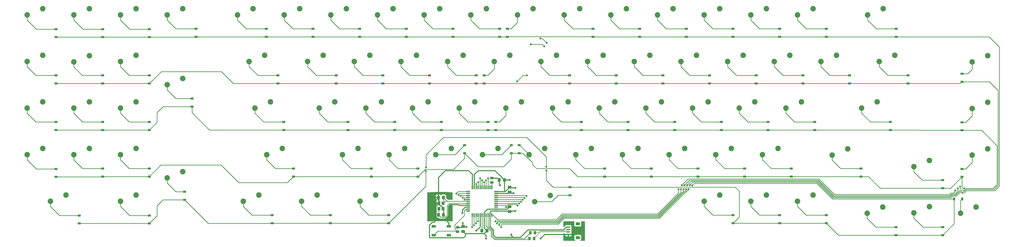
<source format=gbr>
%TF.GenerationSoftware,KiCad,Pcbnew,(6.0.1)*%
%TF.CreationDate,2022-02-12T16:29:40-05:00*%
%TF.ProjectId,PCB,5043422e-6b69-4636-9164-5f7063625858,rev?*%
%TF.SameCoordinates,Original*%
%TF.FileFunction,Copper,L2,Bot*%
%TF.FilePolarity,Positive*%
%FSLAX46Y46*%
G04 Gerber Fmt 4.6, Leading zero omitted, Abs format (unit mm)*
G04 Created by KiCad (PCBNEW (6.0.1)) date 2022-02-12 16:29:40*
%MOMM*%
%LPD*%
G01*
G04 APERTURE LIST*
G04 Aperture macros list*
%AMRoundRect*
0 Rectangle with rounded corners*
0 $1 Rounding radius*
0 $2 $3 $4 $5 $6 $7 $8 $9 X,Y pos of 4 corners*
0 Add a 4 corners polygon primitive as box body*
4,1,4,$2,$3,$4,$5,$6,$7,$8,$9,$2,$3,0*
0 Add four circle primitives for the rounded corners*
1,1,$1+$1,$2,$3*
1,1,$1+$1,$4,$5*
1,1,$1+$1,$6,$7*
1,1,$1+$1,$8,$9*
0 Add four rect primitives between the rounded corners*
20,1,$1+$1,$2,$3,$4,$5,0*
20,1,$1+$1,$4,$5,$6,$7,0*
20,1,$1+$1,$6,$7,$8,$9,0*
20,1,$1+$1,$8,$9,$2,$3,0*%
G04 Aperture macros list end*
%TA.AperFunction,ComponentPad*%
%ADD10C,2.250000*%
%TD*%
%TA.AperFunction,SMDPad,CuDef*%
%ADD11R,1.800000X1.100000*%
%TD*%
%TA.AperFunction,SMDPad,CuDef*%
%ADD12RoundRect,0.250000X0.337500X0.475000X-0.337500X0.475000X-0.337500X-0.475000X0.337500X-0.475000X0*%
%TD*%
%TA.AperFunction,SMDPad,CuDef*%
%ADD13R,1.200000X0.900000*%
%TD*%
%TA.AperFunction,SMDPad,CuDef*%
%ADD14RoundRect,0.250000X-0.450000X0.262500X-0.450000X-0.262500X0.450000X-0.262500X0.450000X0.262500X0*%
%TD*%
%TA.AperFunction,SMDPad,CuDef*%
%ADD15RoundRect,0.250000X-0.337500X-0.475000X0.337500X-0.475000X0.337500X0.475000X-0.337500X0.475000X0*%
%TD*%
%TA.AperFunction,SMDPad,CuDef*%
%ADD16R,0.900000X1.200000*%
%TD*%
%TA.AperFunction,SMDPad,CuDef*%
%ADD17RoundRect,0.250000X0.262500X0.450000X-0.262500X0.450000X-0.262500X-0.450000X0.262500X-0.450000X0*%
%TD*%
%TA.AperFunction,SMDPad,CuDef*%
%ADD18RoundRect,0.250000X0.450000X-0.262500X0.450000X0.262500X-0.450000X0.262500X-0.450000X-0.262500X0*%
%TD*%
%TA.AperFunction,SMDPad,CuDef*%
%ADD19R,0.550000X1.500000*%
%TD*%
%TA.AperFunction,SMDPad,CuDef*%
%ADD20R,1.500000X0.550000*%
%TD*%
%TA.AperFunction,SMDPad,CuDef*%
%ADD21R,1.800000X1.200000*%
%TD*%
%TA.AperFunction,SMDPad,CuDef*%
%ADD22R,1.550000X0.600000*%
%TD*%
%TA.AperFunction,SMDPad,CuDef*%
%ADD23R,1.200000X1.400000*%
%TD*%
%TA.AperFunction,SMDPad,CuDef*%
%ADD24RoundRect,0.250000X-0.475000X0.337500X-0.475000X-0.337500X0.475000X-0.337500X0.475000X0.337500X0*%
%TD*%
%TA.AperFunction,SMDPad,CuDef*%
%ADD25RoundRect,0.250000X0.475000X-0.337500X0.475000X0.337500X-0.475000X0.337500X-0.475000X-0.337500X0*%
%TD*%
%TA.AperFunction,ViaPad*%
%ADD26C,0.800000*%
%TD*%
%TA.AperFunction,Conductor*%
%ADD27C,0.250000*%
%TD*%
%TA.AperFunction,Conductor*%
%ADD28C,0.400000*%
%TD*%
%TA.AperFunction,Conductor*%
%ADD29C,0.200000*%
%TD*%
G04 APERTURE END LIST*
D10*
%TO.P,K65,1*%
%TO.N,Net-(D54-Pad2)*%
X352733750Y-260040751D03*
%TO.P,K65,2*%
%TO.N,col11*%
X359083750Y-257500751D03*
%TD*%
%TO.P,K11,1*%
%TO.N,Net-(D46-Pad2)*%
X309871250Y-202890751D03*
%TO.P,K11,2*%
%TO.N,col10*%
X316221250Y-200350751D03*
%TD*%
%TO.P,K66,1*%
%TO.N,Net-(D58-Pad2)*%
X371783750Y-260040751D03*
%TO.P,K66,2*%
%TO.N,col12*%
X378133750Y-257500751D03*
%TD*%
%TO.P,K22,1*%
%TO.N,Net-(D17-Pad2)*%
X200333750Y-221940751D03*
%TO.P,K22,2*%
%TO.N,col3*%
X206683750Y-219400751D03*
%TD*%
%TO.P,K37,1*%
%TO.N,Net-(D3-Pad2)*%
X109696250Y-240990751D03*
%TO.P,K37,2*%
%TO.N,col0*%
X116046250Y-238450751D03*
%TD*%
%TO.P,K83,1*%
%TO.N,Net-(D79-Pad2)*%
X471646250Y-283853251D03*
%TO.P,K83,2*%
%TO.N,col16*%
X477996250Y-281313251D03*
%TD*%
%TO.P,K3,1*%
%TO.N,Net-(D11-Pad2)*%
X147796250Y-202890751D03*
%TO.P,K3,2*%
%TO.N,col2*%
X154146250Y-200350751D03*
%TD*%
%TO.P,K43,1*%
%TO.N,Net-(D31-Pad2)*%
X247958750Y-240990751D03*
%TO.P,K43,2*%
%TO.N,col6*%
X254308750Y-238450751D03*
%TD*%
%TO.P,K13,1*%
%TO.N,Net-(D55-Pad2)*%
X347971250Y-202890751D03*
%TO.P,K13,2*%
%TO.N,col12*%
X354321250Y-200350751D03*
%TD*%
%TO.P,K46,1*%
%TO.N,Net-(D44-Pad2)*%
X305108750Y-240990751D03*
%TO.P,K46,2*%
%TO.N,col9*%
X311458750Y-238450751D03*
%TD*%
%TO.P,K76,1*%
%TO.N,Net-(D28-Pad2)*%
X221765000Y-279090751D03*
%TO.P,K76,2*%
%TO.N,col5*%
X228115000Y-276550751D03*
%TD*%
%TO.P,K12,1*%
%TO.N,Net-(D51-Pad2)*%
X328921250Y-202890751D03*
%TO.P,K12,2*%
%TO.N,col11*%
X335271250Y-200350751D03*
%TD*%
%TO.P,K30,1*%
%TO.N,Net-(D52-Pad2)*%
X357496250Y-221940751D03*
%TO.P,K30,2*%
%TO.N,col11*%
X363846250Y-219400751D03*
%TD*%
%TO.P,K15,1*%
%TO.N,Net-(D65-Pad2)*%
X386071250Y-202890751D03*
%TO.P,K15,2*%
%TO.N,col14*%
X392421250Y-200350751D03*
%TD*%
%TO.P,K35,1*%
%TO.N,Net-(D76-Pad2)*%
X457508750Y-221940751D03*
%TO.P,K35,2*%
%TO.N,col16*%
X463858750Y-219400751D03*
%TD*%
%TO.P,K48,1*%
%TO.N,Net-(D53-Pad2)*%
X343208750Y-240990751D03*
%TO.P,K48,2*%
%TO.N,col11*%
X349558750Y-238450751D03*
%TD*%
%TO.P,K67,1*%
%TO.N,Net-(D63-Pad2)*%
X390833750Y-260040751D03*
%TO.P,K67,2*%
%TO.N,col13*%
X397183750Y-257500751D03*
%TD*%
%TO.P,K69,1*%
%TO.N,Net-(D73-Pad2)*%
X438308750Y-260191250D03*
%TO.P,K69,2*%
%TO.N,col15*%
X444658750Y-257651250D03*
%TD*%
%TO.P,K2,1*%
%TO.N,Net-(D6-Pad2)*%
X128746250Y-202890751D03*
%TO.P,K2,2*%
%TO.N,col1*%
X135096250Y-200350751D03*
%TD*%
%TO.P,K63,1*%
%TO.N,Net-(D45-Pad2)*%
X314633750Y-260040751D03*
%TO.P,K63,2*%
%TO.N,col9*%
X320983750Y-257500751D03*
%TD*%
%TO.P,K17,1*%
%TO.N,Net-(D75-Pad2)*%
X424171250Y-202890751D03*
%TO.P,K17,2*%
%TO.N,col16*%
X430521250Y-200350751D03*
%TD*%
%TO.P,K36,1*%
%TO.N,Net-(D81-Pad2)*%
X495458750Y-222091250D03*
%TO.P,K36,2*%
%TO.N,col17*%
X501808750Y-219551250D03*
%TD*%
%TO.P,K49,1*%
%TO.N,Net-(D57-Pad2)*%
X362258750Y-240990751D03*
%TO.P,K49,2*%
%TO.N,col12*%
X368608750Y-238450751D03*
%TD*%
D11*
%TO.P,SW1,1,1*%
%TO.N,GND*%
X281856250Y-289305751D03*
%TO.P,SW1,2,2*%
%TO.N,Net-(R3-Pad2)*%
X275656250Y-293005751D03*
%TO.P,SW1,3*%
%TO.N,N/C*%
X281856250Y-293005751D03*
%TO.P,SW1,4*%
X275656250Y-289305751D03*
%TD*%
D10*
%TO.P,K40,1*%
%TO.N,Net-(D18-Pad2)*%
X166846250Y-231465751D03*
%TO.P,K40,2*%
%TO.N,col3*%
X173196250Y-228925751D03*
%TD*%
%TO.P,K73,1*%
%TO.N,Net-(D10-Pad2)*%
X147796250Y-279090751D03*
%TO.P,K73,2*%
%TO.N,col1*%
X154146250Y-276550751D03*
%TD*%
%TO.P,K51,1*%
%TO.N,Net-(D67-Pad2)*%
X400358750Y-240990751D03*
%TO.P,K51,2*%
%TO.N,col14*%
X406708750Y-238450751D03*
%TD*%
%TO.P,K44,1*%
%TO.N,Net-(D36-Pad2)*%
X267008750Y-240990751D03*
%TO.P,K44,2*%
%TO.N,col7*%
X273358750Y-238450751D03*
%TD*%
%TO.P,K47,1*%
%TO.N,Net-(D48-Pad2)*%
X324158750Y-240990751D03*
%TO.P,K47,2*%
%TO.N,col10*%
X330508750Y-238450751D03*
%TD*%
%TO.P,K29,1*%
%TO.N,Net-(D47-Pad2)*%
X338446250Y-221940751D03*
%TO.P,K29,2*%
%TO.N,col10*%
X344796250Y-219400751D03*
%TD*%
%TO.P,K59,1*%
%TO.N,Net-(D27-Pad2)*%
X238433750Y-260040751D03*
%TO.P,K59,2*%
%TO.N,col5*%
X244783750Y-257500751D03*
%TD*%
%TO.P,K57,1*%
%TO.N,Net-(D14-Pad2)*%
X147796250Y-260040751D03*
%TO.P,K57,2*%
%TO.N,col2*%
X154146250Y-257500751D03*
%TD*%
%TO.P,K55,1*%
%TO.N,Net-(D4-Pad2)*%
X109696250Y-260040751D03*
%TO.P,K55,2*%
%TO.N,col0*%
X116046250Y-257500751D03*
%TD*%
%TO.P,K31,1*%
%TO.N,Net-(D56-Pad2)*%
X376546250Y-221940751D03*
%TO.P,K31,2*%
%TO.N,col12*%
X382896250Y-219400751D03*
%TD*%
%TO.P,K82,1*%
%TO.N,Net-(D74-Pad2)*%
X452596250Y-284003750D03*
%TO.P,K82,2*%
%TO.N,col15*%
X458946250Y-281463750D03*
%TD*%
%TO.P,K81,1*%
%TO.N,Net-(D69-Pad2)*%
X424171250Y-279090751D03*
%TO.P,K81,2*%
%TO.N,col14*%
X430521250Y-276550751D03*
%TD*%
%TO.P,K20,1*%
%TO.N,Net-(D7-Pad2)*%
X128746250Y-222091250D03*
%TO.P,K20,2*%
%TO.N,col1*%
X135096250Y-219551250D03*
%TD*%
%TO.P,K6,1*%
%TO.N,Net-(D24-Pad2)*%
X214621250Y-202890751D03*
%TO.P,K6,2*%
%TO.N,col5*%
X220971250Y-200350751D03*
%TD*%
%TO.P,K32,1*%
%TO.N,Net-(D61-Pad2)*%
X395596250Y-221940751D03*
%TO.P,K32,2*%
%TO.N,col13*%
X401946250Y-219400751D03*
%TD*%
%TO.P,K54,1*%
%TO.N,Net-(D82-Pad2)*%
X495458750Y-241141250D03*
%TO.P,K54,2*%
%TO.N,col17*%
X501808750Y-238601250D03*
%TD*%
%TO.P,K26,1*%
%TO.N,Net-(D35-Pad2)*%
X281296250Y-221940751D03*
%TO.P,K26,2*%
%TO.N,col7*%
X287646250Y-219400751D03*
%TD*%
%TO.P,K80,1*%
%TO.N,Net-(D64-Pad2)*%
X405121250Y-279090751D03*
%TO.P,K80,2*%
%TO.N,col13*%
X411471250Y-276550751D03*
%TD*%
%TO.P,K16,1*%
%TO.N,Net-(D70-Pad2)*%
X405121250Y-202890751D03*
%TO.P,K16,2*%
%TO.N,col15*%
X411471250Y-200350751D03*
%TD*%
%TO.P,K41,1*%
%TO.N,Net-(D21-Pad2)*%
X202715000Y-240990751D03*
%TO.P,K41,2*%
%TO.N,col4*%
X209065000Y-238450751D03*
%TD*%
%TO.P,K4,1*%
%TO.N,Net-(D16-Pad2)*%
X166846250Y-202890751D03*
%TO.P,K4,2*%
%TO.N,col3*%
X173196250Y-200350751D03*
%TD*%
%TO.P,K52,1*%
%TO.N,Net-(D72-Pad2)*%
X419408750Y-240990751D03*
%TO.P,K52,2*%
%TO.N,col15*%
X425758750Y-238450751D03*
%TD*%
%TO.P,K77,1*%
%TO.N,Net-(D33-Pad2)*%
X245577500Y-279090751D03*
%TO.P,K77,2*%
%TO.N,col6*%
X251927500Y-276550751D03*
%TD*%
%TO.P,K75,1*%
%TO.N,Net-(D23-Pad2)*%
X197952500Y-279090751D03*
%TO.P,K75,2*%
%TO.N,col4*%
X204302500Y-276550751D03*
%TD*%
%TO.P,K28,1*%
%TO.N,Net-(D43-Pad2)*%
X319396250Y-221940751D03*
%TO.P,K28,2*%
%TO.N,col9*%
X325746250Y-219400751D03*
%TD*%
%TO.P,K50,1*%
%TO.N,Net-(D62-Pad2)*%
X381308750Y-240990751D03*
%TO.P,K50,2*%
%TO.N,col13*%
X387658750Y-238450751D03*
%TD*%
%TO.P,K5,1*%
%TO.N,Net-(D19-Pad2)*%
X195571250Y-202890751D03*
%TO.P,K5,2*%
%TO.N,col4*%
X201921250Y-200350751D03*
%TD*%
%TO.P,K33,1*%
%TO.N,Net-(D66-Pad2)*%
X414646250Y-221940751D03*
%TO.P,K33,2*%
%TO.N,col14*%
X420996250Y-219400751D03*
%TD*%
%TO.P,K62,1*%
%TO.N,Net-(D41-Pad2)*%
X295583750Y-260040751D03*
%TO.P,K62,2*%
%TO.N,col8*%
X301933750Y-257500751D03*
%TD*%
%TO.P,K74,1*%
%TO.N,Net-(D15-Pad2)*%
X166846250Y-269565751D03*
%TO.P,K74,2*%
%TO.N,col2*%
X173196250Y-267025751D03*
%TD*%
%TO.P,K84,1*%
%TO.N,Net-(D84-Pad2)*%
X490696250Y-284003750D03*
%TO.P,K84,2*%
%TO.N,col17*%
X497046250Y-281463750D03*
%TD*%
%TO.P,K34,1*%
%TO.N,Net-(D71-Pad2)*%
X433696250Y-221940751D03*
%TO.P,K34,2*%
%TO.N,col15*%
X440046250Y-219400751D03*
%TD*%
%TO.P,K61,1*%
%TO.N,Net-(D37-Pad2)*%
X276533750Y-260040751D03*
%TO.P,K61,2*%
%TO.N,col7*%
X282883750Y-257500751D03*
%TD*%
%TO.P,K14,1*%
%TO.N,Net-(D60-Pad2)*%
X367021250Y-202890751D03*
%TO.P,K14,2*%
%TO.N,col13*%
X373371250Y-200350751D03*
%TD*%
%TO.P,K10,1*%
%TO.N,Net-(D42-Pad2)*%
X290821250Y-202890751D03*
%TO.P,K10,2*%
%TO.N,col9*%
X297171250Y-200350751D03*
%TD*%
%TO.P,K1,1*%
%TO.N,Net-(D1-Pad2)*%
X109696250Y-202890751D03*
%TO.P,K1,2*%
%TO.N,col0*%
X116046250Y-200350751D03*
%TD*%
%TO.P,K79,1*%
%TO.N,Net-(D59-Pad2)*%
X386071250Y-279090751D03*
%TO.P,K79,2*%
%TO.N,col12*%
X392421250Y-276550751D03*
%TD*%
%TO.P,K23,1*%
%TO.N,Net-(D20-Pad2)*%
X224146250Y-221940751D03*
%TO.P,K23,2*%
%TO.N,col4*%
X230496250Y-219400751D03*
%TD*%
%TO.P,K8,1*%
%TO.N,Net-(D34-Pad2)*%
X252721250Y-202890751D03*
%TO.P,K8,2*%
%TO.N,col7*%
X259071250Y-200350751D03*
%TD*%
%TO.P,K71,1*%
%TO.N,Net-(D83-Pad2)*%
X495458750Y-260191250D03*
%TO.P,K71,2*%
%TO.N,col17*%
X501808750Y-257651250D03*
%TD*%
%TO.P,K70,1*%
%TO.N,Net-(D78-Pad2)*%
X471646250Y-264953750D03*
%TO.P,K70,2*%
%TO.N,col16*%
X477996250Y-262413750D03*
%TD*%
%TO.P,K18,1*%
%TO.N,Net-(D80-Pad2)*%
X452746250Y-202890751D03*
%TO.P,K18,2*%
%TO.N,col17*%
X459096250Y-200350751D03*
%TD*%
%TO.P,K78,1*%
%TO.N,Net-(D50-Pad2)*%
X316856250Y-279249501D03*
%TO.P,K78,2*%
%TO.N,col10*%
X323206250Y-276709501D03*
%TD*%
%TO.P,K25,1*%
%TO.N,Net-(D30-Pad2)*%
X262246250Y-221940751D03*
%TO.P,K25,2*%
%TO.N,col6*%
X268596250Y-219400751D03*
%TD*%
%TO.P,K53,1*%
%TO.N,Net-(D77-Pad2)*%
X450365000Y-240990751D03*
%TO.P,K53,2*%
%TO.N,col16*%
X456715000Y-238450751D03*
%TD*%
%TO.P,K72,1*%
%TO.N,Net-(D5-Pad2)*%
X119221250Y-279090751D03*
%TO.P,K72,2*%
%TO.N,col0*%
X125571250Y-276550751D03*
%TD*%
%TO.P,K7,1*%
%TO.N,Net-(D29-Pad2)*%
X233671250Y-202890751D03*
%TO.P,K7,2*%
%TO.N,col6*%
X240021250Y-200350751D03*
%TD*%
%TO.P,K24,1*%
%TO.N,Net-(D25-Pad2)*%
X243196250Y-221940751D03*
%TO.P,K24,2*%
%TO.N,col5*%
X249546250Y-219400751D03*
%TD*%
%TO.P,K21,1*%
%TO.N,Net-(D12-Pad2)*%
X147796250Y-221940751D03*
%TO.P,K21,2*%
%TO.N,col2*%
X154146250Y-219400751D03*
%TD*%
%TO.P,K38,1*%
%TO.N,Net-(D8-Pad2)*%
X128746250Y-240990751D03*
%TO.P,K38,2*%
%TO.N,col1*%
X135096250Y-238450751D03*
%TD*%
%TO.P,K58,1*%
%TO.N,Net-(D22-Pad2)*%
X207477500Y-260040751D03*
%TO.P,K58,2*%
%TO.N,col4*%
X213827500Y-257500751D03*
%TD*%
%TO.P,K68,1*%
%TO.N,Net-(D68-Pad2)*%
X409883750Y-260040751D03*
%TO.P,K68,2*%
%TO.N,col14*%
X416233750Y-257500751D03*
%TD*%
%TO.P,K42,1*%
%TO.N,Net-(D26-Pad2)*%
X228908750Y-240990751D03*
%TO.P,K42,2*%
%TO.N,col5*%
X235258750Y-238450751D03*
%TD*%
%TO.P,K45,1*%
%TO.N,Net-(D40-Pad2)*%
X286058750Y-240990751D03*
%TO.P,K45,2*%
%TO.N,col8*%
X292408750Y-238450751D03*
%TD*%
%TO.P,K9,1*%
%TO.N,Net-(D38-Pad2)*%
X271771250Y-202890751D03*
%TO.P,K9,2*%
%TO.N,col8*%
X278121250Y-200350751D03*
%TD*%
%TO.P,K39,1*%
%TO.N,Net-(D13-Pad2)*%
X147796250Y-240990751D03*
%TO.P,K39,2*%
%TO.N,col2*%
X154146250Y-238450751D03*
%TD*%
%TO.P,K56,1*%
%TO.N,Net-(D9-Pad2)*%
X128746250Y-260040751D03*
%TO.P,K56,2*%
%TO.N,col1*%
X135096250Y-257500751D03*
%TD*%
%TO.P,K27,1*%
%TO.N,Net-(D39-Pad2)*%
X300346250Y-221940751D03*
%TO.P,K27,2*%
%TO.N,col8*%
X306696250Y-219400751D03*
%TD*%
%TO.P,K60,1*%
%TO.N,Net-(D32-Pad2)*%
X257483750Y-260040751D03*
%TO.P,K60,2*%
%TO.N,col6*%
X263833750Y-257500751D03*
%TD*%
%TO.P,K19,1*%
%TO.N,Net-(D2-Pad2)*%
X109696250Y-221940751D03*
%TO.P,K19,2*%
%TO.N,col0*%
X116046250Y-219400751D03*
%TD*%
%TO.P,K64,1*%
%TO.N,Net-(D49-Pad2)*%
X333683750Y-260040751D03*
%TO.P,K64,2*%
%TO.N,col10*%
X340033750Y-257500751D03*
%TD*%
D12*
%TO.P,C1,1*%
%TO.N,+5V*%
X304518750Y-270399501D03*
%TO.P,C1,2*%
%TO.N,GND*%
X302443750Y-270399501D03*
%TD*%
D13*
%TO.P,D45,1,K*%
%TO.N,row3*%
X310506250Y-259468251D03*
%TO.P,D45,2,A*%
%TO.N,Net-(D45-Pad2)*%
X310506250Y-256168251D03*
%TD*%
%TO.P,D40,1,K*%
%TO.N,row2*%
X297806250Y-249943251D03*
%TO.P,D40,2,A*%
%TO.N,Net-(D40-Pad2)*%
X297806250Y-246643251D03*
%TD*%
%TO.P,D29,1,K*%
%TO.N,row0*%
X245418750Y-211843251D03*
%TO.P,D29,2,A*%
%TO.N,Net-(D29-Pad2)*%
X245418750Y-208543251D03*
%TD*%
%TO.P,D61,1,K*%
%TO.N,row1*%
X407343750Y-230893251D03*
%TO.P,D61,2,A*%
%TO.N,Net-(D61-Pad2)*%
X407343750Y-227593251D03*
%TD*%
%TO.P,D41,1,K*%
%TO.N,row3*%
X307331250Y-259468251D03*
%TO.P,D41,2,A*%
%TO.N,Net-(D41-Pad2)*%
X307331250Y-256168251D03*
%TD*%
%TO.P,D43,1,K*%
%TO.N,row1*%
X331143750Y-230893251D03*
%TO.P,D43,2,A*%
%TO.N,Net-(D43-Pad2)*%
X331143750Y-227593251D03*
%TD*%
D14*
%TO.P,R3,1*%
%TO.N,+5V*%
X285415625Y-289752626D03*
%TO.P,R3,2*%
%TO.N,Net-(R3-Pad2)*%
X285415625Y-291577626D03*
%TD*%
D13*
%TO.P,D25,1,K*%
%TO.N,row1*%
X254943750Y-230893251D03*
%TO.P,D25,2,A*%
%TO.N,Net-(D25-Pad2)*%
X254943750Y-227593251D03*
%TD*%
%TO.P,D56,1,K*%
%TO.N,row1*%
X388293750Y-230893251D03*
%TO.P,D56,2,A*%
%TO.N,Net-(D56-Pad2)*%
X388293750Y-227593251D03*
%TD*%
%TO.P,D22,1,K*%
%TO.N,row3*%
X218431250Y-268993251D03*
%TO.P,D22,2,A*%
%TO.N,Net-(D22-Pad2)*%
X218431250Y-265693251D03*
%TD*%
D12*
%TO.P,C3,1*%
%TO.N,GND*%
X279643750Y-284687001D03*
%TO.P,C3,2*%
%TO.N,Net-(C3-Pad2)*%
X277568750Y-284687001D03*
%TD*%
D13*
%TO.P,D55,1,K*%
%TO.N,row0*%
X359718750Y-211843251D03*
%TO.P,D55,2,A*%
%TO.N,Net-(D55-Pad2)*%
X359718750Y-208543251D03*
%TD*%
%TO.P,D74,1,K*%
%TO.N,row4*%
X464343750Y-292956250D03*
%TO.P,D74,2,A*%
%TO.N,Net-(D74-Pad2)*%
X464343750Y-289656250D03*
%TD*%
D15*
%TO.P,C5,1*%
%TO.N,Net-(C5-Pad1)*%
X295300000Y-291155751D03*
%TO.P,C5,2*%
%TO.N,GND*%
X297375000Y-291155751D03*
%TD*%
D13*
%TO.P,D18,1,K*%
%TO.N,row2*%
X177006250Y-240418251D03*
%TO.P,D18,2,A*%
%TO.N,Net-(D18-Pad2)*%
X177006250Y-237118251D03*
%TD*%
%TO.P,D67,1,K*%
%TO.N,row2*%
X412106250Y-249943251D03*
%TO.P,D67,2,A*%
%TO.N,Net-(D67-Pad2)*%
X412106250Y-246643251D03*
%TD*%
%TO.P,D72,1,K*%
%TO.N,row2*%
X431156250Y-249943251D03*
%TO.P,D72,2,A*%
%TO.N,Net-(D72-Pad2)*%
X431156250Y-246643251D03*
%TD*%
D16*
%TO.P,D84,1,K*%
%TO.N,row4*%
X488093750Y-278138251D03*
%TO.P,D84,2,A*%
%TO.N,Net-(D84-Pad2)*%
X491393750Y-278138251D03*
%TD*%
D13*
%TO.P,D78,1,K*%
%TO.N,row3*%
X483393750Y-273755751D03*
%TO.P,D78,2,A*%
%TO.N,Net-(D78-Pad2)*%
X483393750Y-270455751D03*
%TD*%
%TO.P,D76,1,K*%
%TO.N,row1*%
X469256250Y-230893251D03*
%TO.P,D76,2,A*%
%TO.N,Net-(D76-Pad2)*%
X469256250Y-227593251D03*
%TD*%
%TO.P,D62,1,K*%
%TO.N,row2*%
X393056250Y-249943251D03*
%TO.P,D62,2,A*%
%TO.N,Net-(D62-Pad2)*%
X393056250Y-246643251D03*
%TD*%
%TO.P,D39,1,K*%
%TO.N,row1*%
X296218750Y-230893251D03*
%TO.P,D39,2,A*%
%TO.N,Net-(D39-Pad2)*%
X296218750Y-227593251D03*
%TD*%
%TO.P,D24,1,K*%
%TO.N,row0*%
X226368750Y-211843251D03*
%TO.P,D24,2,A*%
%TO.N,Net-(D24-Pad2)*%
X226368750Y-208543251D03*
%TD*%
%TO.P,D80,1,K*%
%TO.N,row0*%
X464493750Y-211843251D03*
%TO.P,D80,2,A*%
%TO.N,Net-(D80-Pad2)*%
X464493750Y-208543251D03*
%TD*%
%TO.P,D69,1,K*%
%TO.N,row4*%
X435918750Y-288043251D03*
%TO.P,D69,2,A*%
%TO.N,Net-(D69-Pad2)*%
X435918750Y-284743251D03*
%TD*%
%TO.P,D17,1,K*%
%TO.N,row1*%
X212081250Y-230893251D03*
%TO.P,D17,2,A*%
%TO.N,Net-(D17-Pad2)*%
X212081250Y-227593251D03*
%TD*%
%TO.P,D75,1,K*%
%TO.N,row0*%
X435918750Y-211843251D03*
%TO.P,D75,2,A*%
%TO.N,Net-(D75-Pad2)*%
X435918750Y-208543251D03*
%TD*%
D17*
%TO.P,R2,1*%
%TO.N,D+*%
X316593750Y-294330751D03*
%TO.P,R2,2*%
%TO.N,Net-(R2-Pad2)*%
X314768750Y-294330751D03*
%TD*%
D13*
%TO.P,D71,1,K*%
%TO.N,row1*%
X445443750Y-230893251D03*
%TO.P,D71,2,A*%
%TO.N,Net-(D71-Pad2)*%
X445443750Y-227593251D03*
%TD*%
%TO.P,D36,1,K*%
%TO.N,row2*%
X278756250Y-249943251D03*
%TO.P,D36,2,A*%
%TO.N,Net-(D36-Pad2)*%
X278756250Y-246643251D03*
%TD*%
%TO.P,D54,1,K*%
%TO.N,row3*%
X364481250Y-268993251D03*
%TO.P,D54,2,A*%
%TO.N,Net-(D54-Pad2)*%
X364481250Y-265693251D03*
%TD*%
%TO.P,D70,1,K*%
%TO.N,row0*%
X416868750Y-211843251D03*
%TO.P,D70,2,A*%
%TO.N,Net-(D70-Pad2)*%
X416868750Y-208543251D03*
%TD*%
%TO.P,D65,1,K*%
%TO.N,row0*%
X397818750Y-211843251D03*
%TO.P,D65,2,A*%
%TO.N,Net-(D65-Pad2)*%
X397818750Y-208543251D03*
%TD*%
%TO.P,D52,1,K*%
%TO.N,row1*%
X369243750Y-230893251D03*
%TO.P,D52,2,A*%
%TO.N,Net-(D52-Pad2)*%
X369243750Y-227593251D03*
%TD*%
%TO.P,D30,1,K*%
%TO.N,row1*%
X273993750Y-230893251D03*
%TO.P,D30,2,A*%
%TO.N,Net-(D30-Pad2)*%
X273993750Y-227593251D03*
%TD*%
%TO.P,D37,1,K*%
%TO.N,row3*%
X288281250Y-259468251D03*
%TO.P,D37,2,A*%
%TO.N,Net-(D37-Pad2)*%
X288281250Y-256168251D03*
%TD*%
%TO.P,D8,1,K*%
%TO.N,row2*%
X140493750Y-249943251D03*
%TO.P,D8,2,A*%
%TO.N,Net-(D8-Pad2)*%
X140493750Y-246643251D03*
%TD*%
D18*
%TO.P,R4,1*%
%TO.N,Net-(R4-Pad1)*%
X299393750Y-271430751D03*
%TO.P,R4,2*%
%TO.N,GND*%
X299393750Y-269605751D03*
%TD*%
D13*
%TO.P,D79,1,K*%
%TO.N,row4*%
X483393750Y-292956250D03*
%TO.P,D79,2,A*%
%TO.N,Net-(D79-Pad2)*%
X483393750Y-289656250D03*
%TD*%
%TO.P,D12,1,K*%
%TO.N,row1*%
X159543750Y-230893251D03*
%TO.P,D12,2,A*%
%TO.N,Net-(D12-Pad2)*%
X159543750Y-227593251D03*
%TD*%
%TO.P,D58,1,K*%
%TO.N,row3*%
X383531250Y-268993251D03*
%TO.P,D58,2,A*%
%TO.N,Net-(D58-Pad2)*%
X383531250Y-265693251D03*
%TD*%
%TO.P,D82,1,K*%
%TO.N,row2*%
X491331250Y-250093750D03*
%TO.P,D82,2,A*%
%TO.N,Net-(D82-Pad2)*%
X491331250Y-246793750D03*
%TD*%
%TO.P,D47,1,K*%
%TO.N,row1*%
X350193750Y-230893251D03*
%TO.P,D47,2,A*%
%TO.N,Net-(D47-Pad2)*%
X350193750Y-227593251D03*
%TD*%
%TO.P,D50,1,K*%
%TO.N,row4*%
X331302500Y-273313251D03*
%TO.P,D50,2,A*%
%TO.N,Net-(D50-Pad2)*%
X331302500Y-276613251D03*
%TD*%
%TO.P,D49,1,K*%
%TO.N,row3*%
X345431250Y-268993251D03*
%TO.P,D49,2,A*%
%TO.N,Net-(D49-Pad2)*%
X345431250Y-265693251D03*
%TD*%
%TO.P,D42,1,K*%
%TO.N,row0*%
X302568750Y-211843251D03*
%TO.P,D42,2,A*%
%TO.N,Net-(D42-Pad2)*%
X302568750Y-208543251D03*
%TD*%
%TO.P,D83,1,K*%
%TO.N,row3*%
X491331250Y-269143750D03*
%TO.P,D83,2,A*%
%TO.N,Net-(D83-Pad2)*%
X491331250Y-265843750D03*
%TD*%
%TO.P,D73,1,K*%
%TO.N,row3*%
X450056250Y-268993251D03*
%TO.P,D73,2,A*%
%TO.N,Net-(D73-Pad2)*%
X450056250Y-265693251D03*
%TD*%
%TO.P,D57,1,K*%
%TO.N,row2*%
X374006250Y-249943251D03*
%TO.P,D57,2,A*%
%TO.N,Net-(D57-Pad2)*%
X374006250Y-246643251D03*
%TD*%
%TO.P,D33,1,K*%
%TO.N,row4*%
X257325000Y-288043251D03*
%TO.P,D33,2,A*%
%TO.N,Net-(D33-Pad2)*%
X257325000Y-284743251D03*
%TD*%
D19*
%TO.P,U1,1,PE6*%
%TO.N,row0*%
X299400000Y-284805751D03*
%TO.P,U1,2,UVCC*%
%TO.N,+5V*%
X298600000Y-284805751D03*
%TO.P,U1,3,D-*%
%TO.N,Net-(R1-Pad2)*%
X297800000Y-284805751D03*
%TO.P,U1,4,D+*%
%TO.N,Net-(R2-Pad2)*%
X297000000Y-284805751D03*
%TO.P,U1,5,UGND*%
%TO.N,GND*%
X296200000Y-284805751D03*
%TO.P,U1,6,UCAP*%
%TO.N,Net-(C5-Pad1)*%
X295400000Y-284805751D03*
%TO.P,U1,7,VBUS*%
%TO.N,+5V*%
X294600000Y-284805751D03*
%TO.P,U1,8,PB0*%
%TO.N,row1*%
X293800000Y-284805751D03*
%TO.P,U1,9,PB1*%
%TO.N,row2*%
X293000000Y-284805751D03*
%TO.P,U1,10,PB2*%
%TO.N,row3*%
X292200000Y-284805751D03*
%TO.P,U1,11,PB3*%
%TO.N,row4*%
X291400000Y-284805751D03*
D20*
%TO.P,U1,12,PB7*%
%TO.N,unconnected-(U1-Pad12)*%
X289700000Y-283105751D03*
%TO.P,U1,13,~{RESET}*%
%TO.N,Net-(R3-Pad2)*%
X289700000Y-282305751D03*
%TO.P,U1,14,VCC*%
%TO.N,+5V*%
X289700000Y-281505751D03*
%TO.P,U1,15,GND*%
%TO.N,GND*%
X289700000Y-280705751D03*
%TO.P,U1,16,XTAL2*%
%TO.N,Net-(C3-Pad2)*%
X289700000Y-279905751D03*
%TO.P,U1,17,XTAL1*%
%TO.N,Net-(C2-Pad2)*%
X289700000Y-279105751D03*
%TO.P,U1,18,PD0*%
%TO.N,col0*%
X289700000Y-278305751D03*
%TO.P,U1,19,PD1*%
%TO.N,col1*%
X289700000Y-277505751D03*
%TO.P,U1,20,PD2*%
%TO.N,col2*%
X289700000Y-276705751D03*
%TO.P,U1,21,PD3*%
%TO.N,col3*%
X289700000Y-275905751D03*
%TO.P,U1,22,PD5*%
%TO.N,col4*%
X289700000Y-275105751D03*
D19*
%TO.P,U1,23,GND*%
%TO.N,GND*%
X291400000Y-273405751D03*
%TO.P,U1,24,AVCC*%
%TO.N,+5V*%
X292200000Y-273405751D03*
%TO.P,U1,25,PD4*%
%TO.N,col5*%
X293000000Y-273405751D03*
%TO.P,U1,26,PD6*%
%TO.N,col6*%
X293800000Y-273405751D03*
%TO.P,U1,27,PD7*%
%TO.N,col7*%
X294600000Y-273405751D03*
%TO.P,U1,28,PB4*%
%TO.N,col8*%
X295400000Y-273405751D03*
%TO.P,U1,29,PB5*%
%TO.N,col9*%
X296200000Y-273405751D03*
%TO.P,U1,30,PB6*%
%TO.N,col10*%
X297000000Y-273405751D03*
%TO.P,U1,31,PC6*%
%TO.N,col11*%
X297800000Y-273405751D03*
%TO.P,U1,32,PC7*%
%TO.N,unconnected-(U1-Pad32)*%
X298600000Y-273405751D03*
%TO.P,U1,33,~{HWB}/PE2*%
%TO.N,Net-(R4-Pad1)*%
X299400000Y-273405751D03*
D20*
%TO.P,U1,34,VCC*%
%TO.N,+5V*%
X301100000Y-275105751D03*
%TO.P,U1,35,GND*%
%TO.N,GND*%
X301100000Y-275905751D03*
%TO.P,U1,36,PF7*%
%TO.N,col12*%
X301100000Y-276705751D03*
%TO.P,U1,37,PF6*%
%TO.N,col13*%
X301100000Y-277505751D03*
%TO.P,U1,38,PF5*%
%TO.N,col14*%
X301100000Y-278305751D03*
%TO.P,U1,39,PF4*%
%TO.N,col15*%
X301100000Y-279105751D03*
%TO.P,U1,40,PF1*%
%TO.N,col16*%
X301100000Y-279905751D03*
%TO.P,U1,41,PF0*%
%TO.N,col17*%
X301100000Y-280705751D03*
%TO.P,U1,42,AREF*%
%TO.N,unconnected-(U1-Pad42)*%
X301100000Y-281505751D03*
%TO.P,U1,43,GND*%
%TO.N,GND*%
X301100000Y-282305751D03*
%TO.P,U1,44,AVCC*%
%TO.N,+5V*%
X301100000Y-283105751D03*
%TD*%
D13*
%TO.P,D68,1,K*%
%TO.N,row3*%
X421631250Y-268993251D03*
%TO.P,D68,2,A*%
%TO.N,Net-(D68-Pad2)*%
X421631250Y-265693251D03*
%TD*%
%TO.P,D15,1,K*%
%TO.N,row4*%
X173981250Y-278518251D03*
%TO.P,D15,2,A*%
%TO.N,Net-(D15-Pad2)*%
X173981250Y-275218251D03*
%TD*%
%TO.P,D2,1,K*%
%TO.N,row1*%
X121443750Y-230893251D03*
%TO.P,D2,2,A*%
%TO.N,Net-(D2-Pad2)*%
X121443750Y-227593251D03*
%TD*%
%TO.P,D51,1,K*%
%TO.N,row0*%
X340668750Y-211843251D03*
%TO.P,D51,2,A*%
%TO.N,Net-(D51-Pad2)*%
X340668750Y-208543251D03*
%TD*%
D21*
%TO.P,J1,*%
%TO.N,*%
X334481250Y-288355751D03*
X334481250Y-293955751D03*
D22*
%TO.P,J1,1,Pin_1*%
%TO.N,+5V*%
X330606250Y-289655751D03*
%TO.P,J1,2,Pin_2*%
%TO.N,D-*%
X330606250Y-290655751D03*
%TO.P,J1,3,Pin_3*%
%TO.N,D+*%
X330606250Y-291655751D03*
%TO.P,J1,4,Pin_4*%
%TO.N,GND*%
X330606250Y-292655751D03*
%TD*%
D13*
%TO.P,D64,1,K*%
%TO.N,row4*%
X416868750Y-288043251D03*
%TO.P,D64,2,A*%
%TO.N,Net-(D64-Pad2)*%
X416868750Y-284743251D03*
%TD*%
%TO.P,D20,1,K*%
%TO.N,row1*%
X235893750Y-230893251D03*
%TO.P,D20,2,A*%
%TO.N,Net-(D20-Pad2)*%
X235893750Y-227593251D03*
%TD*%
%TO.P,D31,1,K*%
%TO.N,row2*%
X259706250Y-249943251D03*
%TO.P,D31,2,A*%
%TO.N,Net-(D31-Pad2)*%
X259706250Y-246643251D03*
%TD*%
%TO.P,D26,1,K*%
%TO.N,row2*%
X240656250Y-249943251D03*
%TO.P,D26,2,A*%
%TO.N,Net-(D26-Pad2)*%
X240656250Y-246643251D03*
%TD*%
%TO.P,D3,1,K*%
%TO.N,row2*%
X121443750Y-249943251D03*
%TO.P,D3,2,A*%
%TO.N,Net-(D3-Pad2)*%
X121443750Y-246643251D03*
%TD*%
D23*
%TO.P,Y1,1,1*%
%TO.N,Net-(C3-Pad2)*%
X277756250Y-282124501D03*
%TO.P,Y1,2,2*%
%TO.N,GND*%
X277756250Y-279924501D03*
%TO.P,Y1,3,3*%
%TO.N,Net-(C2-Pad2)*%
X279456250Y-279924501D03*
%TO.P,Y1,4,4*%
%TO.N,GND*%
X279456250Y-282124501D03*
%TD*%
D13*
%TO.P,D81,1,K*%
%TO.N,row1*%
X491331250Y-230250000D03*
%TO.P,D81,2,A*%
%TO.N,Net-(D81-Pad2)*%
X491331250Y-226950000D03*
%TD*%
%TO.P,D38,1,K*%
%TO.N,row0*%
X283518750Y-211843251D03*
%TO.P,D38,2,A*%
%TO.N,Net-(D38-Pad2)*%
X283518750Y-208543251D03*
%TD*%
D24*
%TO.P,C4,1*%
%TO.N,+5V*%
X287671875Y-289383876D03*
%TO.P,C4,2*%
%TO.N,GND*%
X287671875Y-291458876D03*
%TD*%
D13*
%TO.P,D11,1,K*%
%TO.N,row0*%
X159543750Y-211993750D03*
%TO.P,D11,2,A*%
%TO.N,Net-(D11-Pad2)*%
X159543750Y-208693750D03*
%TD*%
%TO.P,D46,1,K*%
%TO.N,row0*%
X305743750Y-211843251D03*
%TO.P,D46,2,A*%
%TO.N,Net-(D46-Pad2)*%
X305743750Y-208543251D03*
%TD*%
%TO.P,D10,1,K*%
%TO.N,row4*%
X159543750Y-288193750D03*
%TO.P,D10,2,A*%
%TO.N,Net-(D10-Pad2)*%
X159543750Y-284893750D03*
%TD*%
%TO.P,D23,1,K*%
%TO.N,row4*%
X209700000Y-288043251D03*
%TO.P,D23,2,A*%
%TO.N,Net-(D23-Pad2)*%
X209700000Y-284743251D03*
%TD*%
%TO.P,D9,1,K*%
%TO.N,row3*%
X140493750Y-268993251D03*
%TO.P,D9,2,A*%
%TO.N,Net-(D9-Pad2)*%
X140493750Y-265693251D03*
%TD*%
%TO.P,D32,1,K*%
%TO.N,row3*%
X269231250Y-268993251D03*
%TO.P,D32,2,A*%
%TO.N,Net-(D32-Pad2)*%
X269231250Y-265693251D03*
%TD*%
D17*
%TO.P,R1,1*%
%TO.N,D-*%
X316975000Y-291949501D03*
%TO.P,R1,2*%
%TO.N,Net-(R1-Pad2)*%
X315150000Y-291949501D03*
%TD*%
D13*
%TO.P,D16,1,K*%
%TO.N,row0*%
X178593750Y-211843251D03*
%TO.P,D16,2,A*%
%TO.N,Net-(D16-Pad2)*%
X178593750Y-208543251D03*
%TD*%
%TO.P,D66,1,K*%
%TO.N,row1*%
X426393750Y-230893251D03*
%TO.P,D66,2,A*%
%TO.N,Net-(D66-Pad2)*%
X426393750Y-227593251D03*
%TD*%
%TO.P,D48,1,K*%
%TO.N,row2*%
X335906250Y-249943251D03*
%TO.P,D48,2,A*%
%TO.N,Net-(D48-Pad2)*%
X335906250Y-246643251D03*
%TD*%
%TO.P,D60,1,K*%
%TO.N,row0*%
X378768750Y-211843251D03*
%TO.P,D60,2,A*%
%TO.N,Net-(D60-Pad2)*%
X378768750Y-208543251D03*
%TD*%
%TO.P,D7,1,K*%
%TO.N,row1*%
X140493750Y-230893251D03*
%TO.P,D7,2,A*%
%TO.N,Net-(D7-Pad2)*%
X140493750Y-227593251D03*
%TD*%
%TO.P,D35,1,K*%
%TO.N,row1*%
X293043750Y-230893251D03*
%TO.P,D35,2,A*%
%TO.N,Net-(D35-Pad2)*%
X293043750Y-227593251D03*
%TD*%
%TO.P,D5,1,K*%
%TO.N,row4*%
X130968750Y-288193750D03*
%TO.P,D5,2,A*%
%TO.N,Net-(D5-Pad2)*%
X130968750Y-284893750D03*
%TD*%
%TO.P,D59,1,K*%
%TO.N,row4*%
X397818750Y-288043251D03*
%TO.P,D59,2,A*%
%TO.N,Net-(D59-Pad2)*%
X397818750Y-284743251D03*
%TD*%
%TO.P,D77,1,K*%
%TO.N,row2*%
X462112500Y-249943251D03*
%TO.P,D77,2,A*%
%TO.N,Net-(D77-Pad2)*%
X462112500Y-246643251D03*
%TD*%
%TO.P,D14,1,K*%
%TO.N,row3*%
X159543750Y-268993251D03*
%TO.P,D14,2,A*%
%TO.N,Net-(D14-Pad2)*%
X159543750Y-265693251D03*
%TD*%
%TO.P,D1,1,K*%
%TO.N,row0*%
X121443750Y-211993750D03*
%TO.P,D1,2,A*%
%TO.N,Net-(D1-Pad2)*%
X121443750Y-208693750D03*
%TD*%
%TO.P,D34,1,K*%
%TO.N,row0*%
X264468750Y-211843251D03*
%TO.P,D34,2,A*%
%TO.N,Net-(D34-Pad2)*%
X264468750Y-208543251D03*
%TD*%
D15*
%TO.P,C2,1*%
%TO.N,GND*%
X277568750Y-277543251D03*
%TO.P,C2,2*%
%TO.N,Net-(C2-Pad2)*%
X279643750Y-277543251D03*
%TD*%
D13*
%TO.P,D27,1,K*%
%TO.N,row3*%
X250181250Y-268993251D03*
%TO.P,D27,2,A*%
%TO.N,Net-(D27-Pad2)*%
X250181250Y-265693251D03*
%TD*%
%TO.P,D28,1,K*%
%TO.N,row4*%
X233512500Y-288043251D03*
%TO.P,D28,2,A*%
%TO.N,Net-(D28-Pad2)*%
X233512500Y-284743251D03*
%TD*%
%TO.P,D44,1,K*%
%TO.N,row2*%
X300981250Y-249943251D03*
%TO.P,D44,2,A*%
%TO.N,Net-(D44-Pad2)*%
X300981250Y-246643251D03*
%TD*%
%TO.P,D19,1,K*%
%TO.N,row0*%
X207318750Y-211843251D03*
%TO.P,D19,2,A*%
%TO.N,Net-(D19-Pad2)*%
X207318750Y-208543251D03*
%TD*%
%TO.P,D53,1,K*%
%TO.N,row2*%
X354956250Y-249943251D03*
%TO.P,D53,2,A*%
%TO.N,Net-(D53-Pad2)*%
X354956250Y-246643251D03*
%TD*%
%TO.P,D63,1,K*%
%TO.N,row3*%
X402581250Y-268993251D03*
%TO.P,D63,2,A*%
%TO.N,Net-(D63-Pad2)*%
X402581250Y-265693251D03*
%TD*%
%TO.P,D6,1,K*%
%TO.N,row0*%
X140493750Y-211993750D03*
%TO.P,D6,2,A*%
%TO.N,Net-(D6-Pad2)*%
X140493750Y-208693750D03*
%TD*%
D25*
%TO.P,C7,1*%
%TO.N,+5V*%
X306656250Y-283343251D03*
%TO.P,C7,2*%
%TO.N,GND*%
X306656250Y-281268251D03*
%TD*%
D24*
%TO.P,C6,1*%
%TO.N,+5V*%
X306656250Y-273330751D03*
%TO.P,C6,2*%
%TO.N,GND*%
X306656250Y-275405751D03*
%TD*%
D13*
%TO.P,D4,1,K*%
%TO.N,row3*%
X121443750Y-269143750D03*
%TO.P,D4,2,A*%
%TO.N,Net-(D4-Pad2)*%
X121443750Y-265843750D03*
%TD*%
%TO.P,D21,1,K*%
%TO.N,row2*%
X214462500Y-249943251D03*
%TO.P,D21,2,A*%
%TO.N,Net-(D21-Pad2)*%
X214462500Y-246643251D03*
%TD*%
%TO.P,D13,1,K*%
%TO.N,row2*%
X159543750Y-249943251D03*
%TO.P,D13,2,A*%
%TO.N,Net-(D13-Pad2)*%
X159543750Y-246643251D03*
%TD*%
D26*
%TO.N,+5V*%
X289075000Y-289568251D03*
X309037500Y-283099501D03*
X293043750Y-291155751D03*
X287487500Y-287980751D03*
X307331250Y-292743251D03*
X287372076Y-283896577D03*
X309037500Y-273574501D03*
X306656250Y-270399501D03*
%TO.N,row3*%
X380206901Y-272465881D03*
X292100000Y-288925000D03*
X378709199Y-274156953D03*
X302398457Y-288848171D03*
%TO.N,row4*%
X321618750Y-266549501D03*
X272477675Y-266771425D03*
X379721250Y-274169501D03*
X272511866Y-265300481D03*
X321618750Y-264962001D03*
X381191179Y-272648433D03*
X303212500Y-289718750D03*
X291306250Y-289718750D03*
%TO.N,GND*%
X319237500Y-294330751D03*
X297012500Y-294330751D03*
X308238000Y-275757001D03*
X305108750Y-281430251D03*
X302727500Y-272582001D03*
%TO.N,col0*%
X288281250Y-278381251D03*
%TO.N,col1*%
X287487500Y-277656751D03*
%TO.N,col2*%
X286693750Y-276868251D03*
%TO.N,col3*%
X285794682Y-276431579D03*
%TO.N,col4*%
X284907429Y-275971376D03*
%TO.N,col5*%
X293043750Y-272105751D03*
%TO.N,col6*%
X293837500Y-271312001D03*
%TO.N,col7*%
X294631250Y-269724501D03*
%TO.N,col8*%
X295425000Y-270518251D03*
%TO.N,col9*%
X296218750Y-271312001D03*
X315268750Y-214955751D03*
X313687000Y-227655751D03*
X309712500Y-230037001D03*
X320825000Y-215749501D03*
%TO.N,col10*%
X319174042Y-212511043D03*
X321787207Y-214330458D03*
X297012500Y-270518251D03*
%TO.N,col11*%
X297806250Y-269724501D03*
%TO.N,col12*%
X313531250Y-277018750D03*
%TO.N,col13*%
X312737500Y-277812500D03*
%TO.N,col14*%
X312007029Y-278543020D03*
%TO.N,col15*%
X311300000Y-279249501D03*
%TO.N,col16*%
X310506250Y-280043251D03*
%TO.N,row0*%
X488492759Y-274705860D03*
X376919160Y-272588751D03*
X375534199Y-274156953D03*
X491373727Y-275619621D03*
%TO.N,row1*%
X376546250Y-274169501D03*
X293800500Y-287337500D03*
X489628326Y-273843750D03*
X492125000Y-274843253D03*
X300831250Y-287337500D03*
X377917075Y-272532475D03*
%TO.N,row2*%
X377688569Y-274152984D03*
X292924500Y-288131250D03*
X492125000Y-273843750D03*
X379059432Y-272588751D03*
X490537500Y-273050000D03*
X301474443Y-288138352D03*
%TO.N,col17*%
X309837000Y-280837001D03*
%TD*%
D27*
%TO.N,Net-(R3-Pad2)*%
X285144249Y-291306250D02*
X285415625Y-291577626D01*
X275656250Y-293005751D02*
X277355751Y-291306250D01*
X277355751Y-291306250D02*
X285144249Y-291306250D01*
D28*
%TO.N,GND*%
X280304277Y-286393251D02*
X281856250Y-287945224D01*
X281856250Y-287945224D02*
X281856250Y-289305751D01*
X277010000Y-286393251D02*
X278438750Y-286393251D01*
X275049728Y-287663251D02*
X275740000Y-287663251D01*
X274111512Y-293955262D02*
X273843750Y-293687500D01*
X287862989Y-293955262D02*
X274111512Y-293955262D01*
X273843750Y-293687500D02*
X273843750Y-288869229D01*
X273843750Y-288869229D02*
X275049728Y-287663251D01*
X275740000Y-287663251D02*
X277010000Y-286393251D01*
X288612020Y-293206231D02*
X287862989Y-293955262D01*
X288612020Y-292280271D02*
X288612020Y-293206231D01*
%TO.N,+5V*%
X287372076Y-282683675D02*
X288550000Y-281505751D01*
X287372076Y-282683675D02*
X287372076Y-283896577D01*
X293837500Y-266549501D02*
X300668750Y-266549501D01*
X314080789Y-290756711D02*
X311016734Y-293820766D01*
X306900000Y-283099501D02*
X306656250Y-283343251D01*
X304518750Y-274743251D02*
X304881250Y-275105751D01*
X293043750Y-291155751D02*
X294600000Y-289599501D01*
X308108266Y-293820766D02*
X307331250Y-293043750D01*
X287856250Y-289568251D02*
X287671875Y-289383876D01*
X287303125Y-289752626D02*
X287671875Y-289383876D01*
X285415625Y-289752626D02*
X287303125Y-289752626D01*
X287487500Y-287980751D02*
X287487500Y-289199501D01*
X292200000Y-268187001D02*
X293837500Y-266549501D01*
X299150000Y-283105751D02*
X301100000Y-283105751D01*
X306656250Y-273330751D02*
X304881250Y-275105751D01*
X304518750Y-270399501D02*
X304518750Y-274743251D01*
X289700000Y-281505751D02*
X288550000Y-281505751D01*
X292200000Y-273405751D02*
X292200000Y-268187001D01*
X306900000Y-273574501D02*
X306656250Y-273330751D01*
X330606250Y-289655751D02*
X329732228Y-289655751D01*
X306418750Y-283105751D02*
X301100000Y-283105751D01*
X309037500Y-283099501D02*
X306900000Y-283099501D01*
X298600000Y-284805751D02*
X298600000Y-283655751D01*
X328631268Y-290756711D02*
X314080789Y-290756711D01*
X329732228Y-289655751D02*
X328631268Y-290756711D01*
X287915625Y-289627626D02*
X287671875Y-289383876D01*
X300071056Y-290849313D02*
X298600000Y-289378256D01*
X287487500Y-289199501D02*
X287671875Y-289383876D01*
X308108266Y-293820766D02*
X300964516Y-293820766D01*
X304518750Y-270399501D02*
X306656250Y-270399501D01*
X300668750Y-266549501D02*
X304518750Y-270399501D01*
X300964516Y-293820766D02*
X300071056Y-292927306D01*
X300071056Y-292927306D02*
X300071056Y-290849313D01*
X298600000Y-289378256D02*
X298600000Y-284805751D01*
X289075000Y-289568251D02*
X287856250Y-289568251D01*
X304881250Y-275105751D02*
X301100000Y-275105751D01*
X309037500Y-273574501D02*
X306900000Y-273574501D01*
X307331250Y-293043750D02*
X307331250Y-292743251D01*
X311016734Y-293820766D02*
X308108266Y-293820766D01*
X298600000Y-283655751D02*
X299150000Y-283105751D01*
X294600000Y-289599501D02*
X294600000Y-284805751D01*
D27*
%TO.N,Net-(C2-Pad2)*%
X285885000Y-279105751D02*
X289700000Y-279105751D01*
X279643750Y-277543251D02*
X279643750Y-279737001D01*
X281206250Y-279105751D02*
X285885000Y-279105751D01*
X280275000Y-279105751D02*
X285885000Y-279105751D01*
X279456250Y-279924501D02*
X280275000Y-279105751D01*
X279643750Y-279737001D02*
X279456250Y-279924501D01*
X279643750Y-277543251D02*
X281206250Y-279105751D01*
%TO.N,Net-(C3-Pad2)*%
X277756250Y-284499501D02*
X277756250Y-282124501D01*
X280219223Y-285736521D02*
X281137500Y-284818244D01*
X282068750Y-279905751D02*
X289700000Y-279905751D01*
X277568750Y-284687001D02*
X277756250Y-284499501D01*
X281137500Y-284818244D02*
X281137500Y-280837001D01*
X281137500Y-280837001D02*
X282068750Y-279905751D01*
X278618270Y-285736521D02*
X280219223Y-285736521D01*
X277568750Y-284687001D02*
X278618270Y-285736521D01*
%TO.N,Net-(C5-Pad1)*%
X295400000Y-291055751D02*
X295400000Y-284805751D01*
X295300000Y-291155751D02*
X295400000Y-291055751D01*
%TO.N,row3*%
X121443750Y-269143750D02*
X140343251Y-269143750D01*
X483393750Y-273755751D02*
X486719249Y-273755751D01*
X307331250Y-259468251D02*
X310506250Y-259468251D01*
X316075329Y-264181080D02*
X317650000Y-265755751D01*
X457905751Y-273755751D02*
X483393750Y-273755751D01*
X302398457Y-288848171D02*
X302398457Y-288151543D01*
X218431250Y-268993251D02*
X250181250Y-268993251D01*
X293762171Y-264949172D02*
X304169079Y-264949172D01*
X378709199Y-274545834D02*
X378709199Y-274156953D01*
X438644948Y-277688731D02*
X486692519Y-277688731D01*
X486719249Y-273755751D02*
X491331250Y-269143750D01*
X283746611Y-266024981D02*
X288281250Y-261490342D01*
X302542519Y-288007481D02*
X326353802Y-288007481D01*
X326353802Y-288007481D02*
X328735053Y-285626231D01*
X453143251Y-268993251D02*
X457905751Y-273755751D01*
X345431250Y-268993251D02*
X364481250Y-268993251D01*
X486692519Y-277688731D02*
X487362500Y-277018750D01*
X140493750Y-268993251D02*
X159543750Y-268993251D01*
X488950000Y-277018750D02*
X491331250Y-274637500D01*
X331143750Y-265755751D02*
X334381250Y-268993251D01*
X292100000Y-288925000D02*
X292100000Y-285750000D01*
X196056250Y-271462500D02*
X215900000Y-271462500D01*
X328735053Y-285626231D02*
X367628802Y-285626231D01*
X421631250Y-268993251D02*
X450056250Y-268993251D01*
X364481250Y-268993251D02*
X383531250Y-268993251D01*
X140343251Y-269143750D02*
X140493750Y-268993251D01*
X314033342Y-261490262D02*
X314178261Y-261490262D01*
X317650000Y-265755751D02*
X331143750Y-265755751D01*
X288281250Y-259468251D02*
X293762171Y-264949172D01*
X288281250Y-261490342D02*
X288281250Y-259468251D01*
X380206901Y-272465881D02*
X381334051Y-271338731D01*
X302398457Y-288151543D02*
X302542519Y-288007481D01*
X310506250Y-259468251D02*
X312011331Y-259468251D01*
X218369249Y-268993251D02*
X218431250Y-268993251D01*
X292100000Y-285750000D02*
X292200000Y-285650000D01*
X491331250Y-274637500D02*
X491331250Y-269143750D01*
X188912500Y-264318750D02*
X196056250Y-271462500D01*
X314178261Y-261490262D02*
X316075329Y-263387330D01*
X164218251Y-264318750D02*
X188912500Y-264318750D01*
X307331250Y-261787001D02*
X307331250Y-259468251D01*
X269231250Y-268993251D02*
X272199520Y-266024981D01*
X312011331Y-259468251D02*
X314033342Y-261490262D01*
X316075329Y-263387330D02*
X316075329Y-264181080D01*
X432294947Y-271338731D02*
X438644948Y-277688731D01*
X402581250Y-268993251D02*
X421631250Y-268993251D01*
X367628802Y-285626231D02*
X378709199Y-274545834D01*
X272199520Y-266024981D02*
X283746611Y-266024981D01*
X215900000Y-271462500D02*
X218369249Y-268993251D01*
X334381250Y-268993251D02*
X345431250Y-268993251D01*
X381334051Y-271338731D02*
X432294947Y-271338731D01*
X383531250Y-268993251D02*
X402581250Y-268993251D01*
X292200000Y-285650000D02*
X292200000Y-284805751D01*
X250181250Y-268993251D02*
X269231250Y-268993251D01*
X304169079Y-264949172D02*
X307331250Y-261787001D01*
X450056250Y-268993251D02*
X453143251Y-268993251D01*
X487362500Y-277018750D02*
X488950000Y-277018750D01*
X159543750Y-268993251D02*
X164218251Y-264318750D01*
%TO.N,row4*%
X398708750Y-273313251D02*
X400358750Y-274963251D01*
X313681250Y-253055751D02*
X321618750Y-260993251D01*
X279550000Y-253055751D02*
X313681250Y-253055751D01*
X400358750Y-285503251D02*
X397818750Y-288043251D01*
X272511866Y-265300481D02*
X272511866Y-260093885D01*
X397818750Y-288043251D02*
X416868750Y-288043251D01*
X440650250Y-292774750D02*
X440681250Y-292805751D01*
X272477675Y-266771425D02*
X272477675Y-272890576D01*
X321618750Y-260993251D02*
X321618750Y-264962001D01*
X488093750Y-288256250D02*
X483393750Y-292956250D01*
X303212500Y-288669846D02*
X303425345Y-288457001D01*
X488093750Y-278138251D02*
X488093750Y-288256250D01*
X272477675Y-272890576D02*
X257325000Y-288043251D01*
X326540000Y-288457001D02*
X328921250Y-286075751D01*
X381191179Y-272648433D02*
X382051361Y-271788251D01*
X440831750Y-292956250D02*
X440650250Y-292774750D01*
X483393750Y-292956250D02*
X464343750Y-292956250D01*
X272511866Y-260093885D02*
X279550000Y-253055751D01*
X464343750Y-292956250D02*
X440831750Y-292956250D01*
X165187999Y-278518251D02*
X173981250Y-278518251D01*
X321618750Y-266549501D02*
X321618750Y-270518251D01*
X432108750Y-271788251D02*
X438458750Y-278138251D01*
X291306250Y-289718750D02*
X291306250Y-284899501D01*
X400358750Y-274963251D02*
X400358750Y-285503251D01*
X382051361Y-271788251D02*
X432108750Y-271788251D01*
X438458750Y-278138251D02*
X488093750Y-278138251D01*
X162718750Y-285018750D02*
X162718750Y-280987500D01*
X209612001Y-288131250D02*
X209700000Y-288043251D01*
X321618750Y-270518251D02*
X324413750Y-273313251D01*
X159543750Y-288193750D02*
X162718750Y-285018750D01*
X328921250Y-286075751D02*
X367815000Y-286075751D01*
X416868750Y-288043251D02*
X435918750Y-288043251D01*
X291306250Y-284899501D02*
X291400000Y-284805751D01*
X324413750Y-273313251D02*
X331302500Y-273313251D01*
X331302500Y-273313251D02*
X398708750Y-273313251D01*
X130968750Y-288193750D02*
X159543750Y-288193750D01*
X435918750Y-288043251D02*
X440650250Y-292774750D01*
X209700000Y-288043251D02*
X233512500Y-288043251D01*
X303212500Y-289718750D02*
X303212500Y-288669846D01*
X233512500Y-288043251D02*
X257325000Y-288043251D01*
X367815000Y-286075751D02*
X379721250Y-274169501D01*
X183594249Y-288131250D02*
X209612001Y-288131250D01*
X162718750Y-280987500D02*
X165187999Y-278518251D01*
X173981250Y-278518251D02*
X183594249Y-288131250D01*
X303425345Y-288457001D02*
X326540000Y-288457001D01*
D29*
%TO.N,D+*%
X319268750Y-291655751D02*
X330606250Y-291655751D01*
X316593750Y-294330751D02*
X319268750Y-291655751D01*
%TO.N,D-*%
X329456269Y-291256231D02*
X330056749Y-290655751D01*
X319103264Y-291256231D02*
X329456269Y-291256231D01*
X318409994Y-291949501D02*
X319103264Y-291256231D01*
X330056749Y-290655751D02*
X330606250Y-290655751D01*
X316975000Y-291949501D02*
X318409994Y-291949501D01*
D27*
%TO.N,Net-(R1-Pad2)*%
X300695286Y-294345286D02*
X299546536Y-293196536D01*
X315150000Y-291949501D02*
X312754215Y-294345286D01*
X299546536Y-291066576D02*
X297800000Y-289320040D01*
X299546536Y-293196536D02*
X299546536Y-291066576D01*
X312754215Y-294345286D02*
X300695286Y-294345286D01*
X297800000Y-289320040D02*
X297800000Y-284805751D01*
%TO.N,Net-(R2-Pad2)*%
X297000000Y-289155758D02*
X297000000Y-284805751D01*
X299097016Y-291252774D02*
X297000000Y-289155758D01*
X314768750Y-294330751D02*
X314304695Y-294794806D01*
X314304695Y-294794806D02*
X300509088Y-294794806D01*
X299097016Y-293382733D02*
X299097016Y-291252774D01*
X300509088Y-294794806D02*
X299097016Y-293382733D01*
%TO.N,Net-(R3-Pad2)*%
X285415625Y-291577626D02*
X284312500Y-290474501D01*
X284312500Y-288774509D02*
X288096587Y-284990422D01*
X288096587Y-284990422D02*
X288096587Y-283035142D01*
X288096587Y-283035142D02*
X288825978Y-282305751D01*
X284312500Y-290474501D02*
X284312500Y-288774509D01*
X288825978Y-282305751D02*
X289700000Y-282305751D01*
%TO.N,Net-(R4-Pad1)*%
X299400000Y-273405751D02*
X299400000Y-271437001D01*
X299400000Y-271437001D02*
X299393750Y-271430751D01*
D28*
%TO.N,GND*%
X278456739Y-281024012D02*
X277756250Y-280323523D01*
X280343750Y-266549501D02*
X277568750Y-269324501D01*
X305108750Y-281430251D02*
X306494250Y-281430251D01*
X289700000Y-280705751D02*
X285991776Y-280705751D01*
X279456250Y-282124501D02*
X279456250Y-281724501D01*
X330606250Y-292655751D02*
X320912500Y-292655751D01*
X291456250Y-268137001D02*
X289868750Y-266549501D01*
X299393750Y-269605751D02*
X301650000Y-269605751D01*
X291400000Y-273405751D02*
X291400000Y-268193251D01*
X305618750Y-282305751D02*
X301100000Y-282305751D01*
X279643750Y-282312001D02*
X279456250Y-282124501D01*
X296200000Y-289980751D02*
X296200000Y-284805751D01*
X277543941Y-286393251D02*
X276581730Y-285431040D01*
X288612020Y-292280271D02*
X296250480Y-292280271D01*
X276581730Y-278530271D02*
X276581730Y-281099021D01*
X288493270Y-292280271D02*
X288612020Y-292280271D01*
X277756250Y-279924501D02*
X277756250Y-277730751D01*
X291400000Y-268193251D02*
X291456250Y-268137001D01*
X279456250Y-281724012D02*
X278756250Y-281024012D01*
X297012500Y-293042291D02*
X296250480Y-292280271D01*
X297012500Y-294330751D02*
X297012500Y-293042291D01*
X277568750Y-269324501D02*
X277568750Y-277543251D01*
X280304277Y-286393251D02*
X278438750Y-286393251D01*
X287671875Y-291458876D02*
X288493270Y-292280271D01*
X276581730Y-285431040D02*
X276581730Y-281099021D01*
X289868750Y-266549501D02*
X280343750Y-266549501D01*
X306494250Y-281430251D02*
X306656250Y-281268251D01*
X285716296Y-280430271D02*
X282337980Y-280430271D01*
X305618750Y-282305751D02*
X306656250Y-281268251D01*
X296200000Y-284805751D02*
X296200000Y-283655751D01*
X279456250Y-282124501D02*
X279456250Y-281724012D01*
X297550000Y-282305751D02*
X301100000Y-282305751D01*
X296250480Y-292280271D02*
X297375000Y-291155751D01*
X276581730Y-281099021D02*
X277756250Y-279924501D01*
X277568750Y-277543251D02*
X276581730Y-278530271D01*
X277756250Y-280323523D02*
X277756250Y-279924501D01*
X279643750Y-284687001D02*
X279643750Y-282312001D01*
X282337980Y-280430271D02*
X281662020Y-281106231D01*
X297375000Y-291155751D02*
X296200000Y-289980751D01*
X277756250Y-277730751D02*
X277568750Y-277543251D01*
X278756250Y-281024012D02*
X278456739Y-281024012D01*
X306156250Y-275905751D02*
X301100000Y-275905751D01*
X306656250Y-275405751D02*
X306156250Y-275905751D01*
X308238000Y-275757001D02*
X307007500Y-275757001D01*
X278438750Y-286393251D02*
X277543941Y-286393251D01*
X285991776Y-280705751D02*
X285716296Y-280430271D01*
X307007500Y-275757001D02*
X306656250Y-275405751D01*
X320912500Y-292655751D02*
X319237500Y-294330751D01*
X301650000Y-269605751D02*
X302443750Y-270399501D01*
X296200000Y-283655751D02*
X297550000Y-282305751D01*
X302443750Y-272298251D02*
X302727500Y-272582001D01*
X302443750Y-270399501D02*
X302443750Y-272298251D01*
X281662020Y-285035508D02*
X280304277Y-286393251D01*
X281662020Y-281106231D02*
X281662020Y-285035508D01*
D27*
%TO.N,col0*%
X288281250Y-278381251D02*
X289624500Y-278381251D01*
X289624500Y-278381251D02*
X289700000Y-278305751D01*
%TO.N,col1*%
X289549000Y-277656751D02*
X289700000Y-277505751D01*
X287487500Y-277656751D02*
X289549000Y-277656751D01*
%TO.N,col2*%
X286693750Y-276868251D02*
X286856250Y-276705751D01*
X286856250Y-276705751D02*
X289700000Y-276705751D01*
%TO.N,col3*%
X285794682Y-276179819D02*
X286068750Y-275905751D01*
X286068750Y-275905751D02*
X289700000Y-275905751D01*
X285794682Y-276431579D02*
X285794682Y-276179819D01*
%TO.N,col4*%
X285773054Y-275105751D02*
X289700000Y-275105751D01*
X284907429Y-275971376D02*
X285773054Y-275105751D01*
%TO.N,col5*%
X293043750Y-273362001D02*
X293000000Y-273405751D01*
X293043750Y-272105751D02*
X293043750Y-273362001D01*
%TO.N,col6*%
X293837500Y-273368251D02*
X293800000Y-273405751D01*
X293837500Y-271312001D02*
X293837500Y-273368251D01*
%TO.N,col7*%
X294600000Y-269755751D02*
X294600000Y-273405751D01*
X294631250Y-269724501D02*
X294600000Y-269755751D01*
%TO.N,col8*%
X295425000Y-270518251D02*
X295400000Y-270543251D01*
X295400000Y-270543251D02*
X295400000Y-273405751D01*
%TO.N,col9*%
X315268750Y-214955751D02*
X320031250Y-214955751D01*
X296218750Y-271312001D02*
X296218750Y-273387001D01*
X320031250Y-214955751D02*
X320825000Y-215749501D01*
X296218750Y-273387001D02*
X296200000Y-273405751D01*
X313687000Y-227655751D02*
X312093750Y-227655751D01*
X312093750Y-227655751D02*
X309712500Y-230037001D01*
%TO.N,col10*%
X297012500Y-270518251D02*
X297000000Y-270530751D01*
X319174042Y-212511043D02*
X319967792Y-212511043D01*
X297000000Y-270530751D02*
X297000000Y-273405751D01*
X319967792Y-212511043D02*
X321787207Y-214330458D01*
%TO.N,col11*%
X297800000Y-269730751D02*
X297800000Y-273405751D01*
X297806250Y-269724501D02*
X297800000Y-269730751D01*
%TO.N,col12*%
X313531250Y-277018750D02*
X313218251Y-276705751D01*
X313218251Y-276705751D02*
X301100000Y-276705751D01*
%TO.N,col13*%
X312430751Y-277505751D02*
X301100000Y-277505751D01*
X312737500Y-277812500D02*
X312430751Y-277505751D01*
%TO.N,col14*%
X312007029Y-278543020D02*
X311769760Y-278305751D01*
X311769760Y-278305751D02*
X301100000Y-278305751D01*
%TO.N,col15*%
X301100000Y-279105751D02*
X311156250Y-279105751D01*
X311156250Y-279105751D02*
X311300000Y-279249501D01*
%TO.N,col16*%
X310368750Y-279905751D02*
X310506250Y-280043251D01*
X301100000Y-279905751D02*
X310368750Y-279905751D01*
%TO.N,row0*%
X416868750Y-211843251D02*
X435918750Y-211843251D01*
X325795210Y-286658921D02*
X301740171Y-286658921D01*
X226368750Y-211843251D02*
X245418750Y-211843251D01*
X340668750Y-211843251D02*
X359718750Y-211843251D01*
X178593750Y-211843251D02*
X207318750Y-211843251D01*
X375534199Y-275813680D02*
X367070208Y-284277671D01*
X435918750Y-211843251D02*
X464493750Y-211843251D01*
X283518750Y-211843251D02*
X302568750Y-211843251D01*
X301740171Y-286658921D02*
X299887001Y-284805751D01*
X506517790Y-272944710D02*
X506517790Y-216005290D01*
X140493750Y-211993750D02*
X159543750Y-211993750D01*
X506517790Y-216005290D02*
X502355751Y-211843251D01*
X376919160Y-272505792D02*
X379434781Y-269990171D01*
X488492759Y-275094741D02*
X488492759Y-274705860D01*
X487917310Y-275670190D02*
X488492759Y-275094741D01*
X492849511Y-275143356D02*
X492849511Y-274779571D01*
X378768750Y-211843251D02*
X397818750Y-211843251D01*
X432853542Y-269990171D02*
X439203542Y-276340171D01*
X375534199Y-274156953D02*
X375534199Y-275813680D01*
X379434781Y-269990171D02*
X432853542Y-269990171D01*
X491373727Y-275619621D02*
X492373246Y-275619621D01*
X305800469Y-211786532D02*
X340612031Y-211786532D01*
X367070208Y-284277671D02*
X328176460Y-284277671D01*
X492373246Y-275619621D02*
X492849511Y-275143356D01*
X245418750Y-211843251D02*
X264468750Y-211843251D01*
X305743750Y-211843251D02*
X305800469Y-211786532D01*
X178443251Y-211993750D02*
X178593750Y-211843251D01*
X492849511Y-274779571D02*
X492886292Y-274742790D01*
X328176460Y-284277671D02*
X325795210Y-286658921D01*
X492886292Y-274742790D02*
X504719710Y-274742790D01*
X376919160Y-272588751D02*
X376919160Y-272505792D01*
X299887001Y-284805751D02*
X299400000Y-284805751D01*
X302568750Y-211843251D02*
X305743750Y-211843251D01*
X486803906Y-275670190D02*
X487917310Y-275670190D01*
X359718750Y-211843251D02*
X378768750Y-211843251D01*
X439203542Y-276340171D02*
X486133925Y-276340171D01*
X207318750Y-211843251D02*
X226368750Y-211843251D01*
X397818750Y-211843251D02*
X416868750Y-211843251D01*
X504719710Y-274742790D02*
X506517790Y-272944710D01*
X486133925Y-276340171D02*
X486803906Y-275670190D01*
X502355751Y-211843251D02*
X464493750Y-211843251D01*
X121443750Y-211993750D02*
X140493750Y-211993750D01*
X264468750Y-211843251D02*
X283518750Y-211843251D01*
X159543750Y-211993750D02*
X178443251Y-211993750D01*
X340612031Y-211786532D02*
X340668750Y-211843251D01*
%TO.N,Net-(D1-Pad2)*%
X109696250Y-204970205D02*
X113419795Y-208693750D01*
X109696250Y-202890751D02*
X109696250Y-204970205D01*
X113419795Y-208693750D02*
X121443750Y-208693750D01*
%TO.N,row1*%
X489628326Y-274910956D02*
X488419572Y-276119710D01*
X293043750Y-230893251D02*
X296218750Y-230893251D01*
X502506250Y-230250000D02*
X506068270Y-233812020D01*
X445443750Y-230893251D02*
X469256250Y-230893251D01*
X293800000Y-287337000D02*
X293800000Y-284805751D01*
X432667341Y-270439691D02*
X439017344Y-276789691D01*
X296218750Y-230893251D02*
X331143750Y-230893251D01*
X164456749Y-226068251D02*
X189062500Y-226068251D01*
X506068270Y-272600480D02*
X504375480Y-274293270D01*
X159543750Y-230893251D02*
X160420761Y-230016240D01*
X140493750Y-230893251D02*
X159543750Y-230893251D01*
X486320123Y-276789691D02*
X486726782Y-276383032D01*
X488419572Y-276119710D02*
X486990104Y-276119710D01*
X377917075Y-272532475D02*
X380009859Y-270439691D01*
X121443750Y-230893251D02*
X140493750Y-230893251D01*
X331143750Y-230893251D02*
X350193750Y-230893251D01*
X492700094Y-274293270D02*
X492150111Y-274843253D01*
X293800500Y-287337500D02*
X293800000Y-287337000D01*
X376546250Y-275437347D02*
X376546250Y-274169501D01*
X388293750Y-230893251D02*
X407343750Y-230893251D01*
X407343750Y-230893251D02*
X426393750Y-230893251D01*
X189062500Y-226068251D02*
X193887500Y-230893251D01*
X492150111Y-274843253D02*
X492125000Y-274843253D01*
X439017344Y-276789691D02*
X486320123Y-276789691D01*
X328362659Y-284727191D02*
X367256406Y-284727191D01*
X212081250Y-230893251D02*
X235893750Y-230893251D01*
X367256406Y-284727191D02*
X376546250Y-275437347D01*
X469256250Y-230893251D02*
X490687999Y-230893251D01*
X160420761Y-230016240D02*
X160508760Y-230016240D01*
X491331250Y-230250000D02*
X502506250Y-230250000D01*
X504375480Y-274293270D02*
X492700094Y-274293270D01*
X490687999Y-230893251D02*
X491331250Y-230250000D01*
X273993750Y-230893251D02*
X293043750Y-230893251D01*
X486726782Y-276383032D02*
X486990105Y-276119710D01*
X160508760Y-230016240D02*
X164456749Y-226068251D01*
X325981406Y-287108441D02*
X328362659Y-284727191D01*
X486990104Y-276119710D02*
X486726782Y-276383032D01*
X301060309Y-287108441D02*
X325981406Y-287108441D01*
X369243750Y-230893251D02*
X388293750Y-230893251D01*
X506068270Y-233812020D02*
X506068270Y-272600480D01*
X300831250Y-287337500D02*
X301060309Y-287108441D01*
X350193750Y-230893251D02*
X369243750Y-230893251D01*
X426393750Y-230893251D02*
X445443750Y-230893251D01*
X254943750Y-230893251D02*
X273993750Y-230893251D01*
X193887500Y-230893251D02*
X212081250Y-230893251D01*
X489628326Y-273843750D02*
X489628326Y-274910956D01*
X235893750Y-230893251D02*
X254943750Y-230893251D01*
X380009859Y-270439691D02*
X432667341Y-270439691D01*
%TO.N,row2*%
X487176302Y-276569230D02*
X486506321Y-277239211D01*
X431156250Y-249943251D02*
X462112500Y-249943251D01*
X488605770Y-276569230D02*
X487176302Y-276569230D01*
X214462500Y-249943251D02*
X240656250Y-249943251D01*
X301474443Y-287708518D02*
X301625000Y-287557961D01*
X367442604Y-285176711D02*
X377688569Y-274930746D01*
X335906250Y-249943251D02*
X354956250Y-249943251D01*
X162718750Y-242887500D02*
X165187999Y-240418251D01*
X159543750Y-249943251D02*
X162718750Y-246768251D01*
X490537500Y-273050000D02*
X490537500Y-274637500D01*
X259706250Y-249943251D02*
X278756250Y-249943251D01*
X297806250Y-249943251D02*
X300981250Y-249943251D01*
X473725901Y-249943251D02*
X473876400Y-250093750D01*
X240656250Y-249943251D02*
X259706250Y-249943251D01*
X177006250Y-242887500D02*
X184062001Y-249943251D01*
X412106250Y-249943251D02*
X431156250Y-249943251D01*
X490537500Y-274637500D02*
X488605770Y-276569230D01*
X505618750Y-272256250D02*
X504031250Y-273843750D01*
X486506321Y-277239211D02*
X438831145Y-277239211D01*
X505618750Y-256381250D02*
X505618750Y-272256250D01*
X473876400Y-250093750D02*
X491331250Y-250093750D01*
X491331250Y-250093750D02*
X499331250Y-250093750D01*
X393056250Y-249943251D02*
X412106250Y-249943251D01*
X377688569Y-274930746D02*
X377688569Y-274152984D01*
X292924500Y-284881251D02*
X293000000Y-284805751D01*
X438831145Y-277239211D02*
X438380342Y-276788408D01*
X379059432Y-272588751D02*
X380758972Y-270889211D01*
X162718750Y-246768251D02*
X162718750Y-242887500D01*
X301474443Y-288138352D02*
X301474443Y-287708518D01*
X292924500Y-288131250D02*
X292924500Y-284881251D01*
X121443750Y-249943251D02*
X140493750Y-249943251D01*
X140493750Y-249943251D02*
X159543750Y-249943251D01*
X184062001Y-249943251D02*
X214462500Y-249943251D01*
X462112500Y-249943251D02*
X473725901Y-249943251D01*
X380758972Y-270889211D02*
X432481144Y-270889211D01*
X177006250Y-240418251D02*
X177006250Y-242887500D01*
X432481144Y-270889211D02*
X433696250Y-272104316D01*
X328548856Y-285176711D02*
X367442604Y-285176711D01*
X433696250Y-272104316D02*
X438380342Y-276788408D01*
X499331250Y-250093750D02*
X505618750Y-256381250D01*
X354956250Y-249943251D02*
X374006250Y-249943251D01*
X165187999Y-240418251D02*
X177006250Y-240418251D01*
X300981250Y-249943251D02*
X335906250Y-249943251D01*
X438831146Y-277239211D02*
X438380342Y-276788408D01*
X326167604Y-287557961D02*
X328548856Y-285176711D01*
X278756250Y-249943251D02*
X297806250Y-249943251D01*
X504031250Y-273843750D02*
X492918750Y-273843750D01*
X492918750Y-273843750D02*
X492125000Y-273843750D01*
X374006250Y-249943251D02*
X393056250Y-249943251D01*
X301625000Y-287557961D02*
X326167604Y-287557961D01*
%TO.N,Net-(D6-Pad2)*%
X128746250Y-202890751D02*
X128746250Y-204970205D01*
X132469795Y-208693750D02*
X140493750Y-208693750D01*
X128746250Y-204970205D02*
X132469795Y-208693750D01*
%TO.N,Net-(D11-Pad2)*%
X147796250Y-204970205D02*
X151519795Y-208693750D01*
X147796250Y-202890751D02*
X147796250Y-204970205D01*
X151519795Y-208693750D02*
X159543750Y-208693750D01*
%TO.N,Net-(D16-Pad2)*%
X170419296Y-208543251D02*
X178593750Y-208543251D01*
X166846250Y-202890751D02*
X166846250Y-204970205D01*
X166846250Y-204970205D02*
X170419296Y-208543251D01*
%TO.N,Net-(D19-Pad2)*%
X195571250Y-204970205D02*
X199144296Y-208543251D01*
X199144296Y-208543251D02*
X207318750Y-208543251D01*
X195571250Y-202890751D02*
X195571250Y-204970205D01*
%TO.N,Net-(D24-Pad2)*%
X218194296Y-208543251D02*
X226368750Y-208543251D01*
X214621250Y-204970205D02*
X218194296Y-208543251D01*
X214621250Y-202890751D02*
X214621250Y-204970205D01*
%TO.N,Net-(D29-Pad2)*%
X233671250Y-202890751D02*
X233671250Y-204970205D01*
X233671250Y-204970205D02*
X237244296Y-208543251D01*
X237244296Y-208543251D02*
X245418750Y-208543251D01*
%TO.N,Net-(D34-Pad2)*%
X252721250Y-202890751D02*
X252721250Y-204970205D01*
X252721250Y-204970205D02*
X256294296Y-208543251D01*
X256294296Y-208543251D02*
X264468750Y-208543251D01*
%TO.N,Net-(D38-Pad2)*%
X275344296Y-208543251D02*
X283518750Y-208543251D01*
X271771250Y-204970205D02*
X275344296Y-208543251D01*
X271771250Y-202890751D02*
X271771250Y-204970205D01*
%TO.N,Net-(D42-Pad2)*%
X290821250Y-202890751D02*
X290821250Y-204970205D01*
X290821250Y-204970205D02*
X294394296Y-208543251D01*
X294394296Y-208543251D02*
X302568750Y-208543251D01*
%TO.N,Net-(D46-Pad2)*%
X307255841Y-208543251D02*
X305743750Y-208543251D01*
X309871250Y-205927842D02*
X307255841Y-208543251D01*
X309871250Y-202890751D02*
X309871250Y-205927842D01*
%TO.N,Net-(D51-Pad2)*%
X328921250Y-204970205D02*
X332494296Y-208543251D01*
X332494296Y-208543251D02*
X340668750Y-208543251D01*
X328921250Y-202890751D02*
X328921250Y-204970205D01*
%TO.N,Net-(D55-Pad2)*%
X347971250Y-204970205D02*
X351544296Y-208543251D01*
X347971250Y-202890751D02*
X347971250Y-204970205D01*
X351544296Y-208543251D02*
X359718750Y-208543251D01*
%TO.N,Net-(D60-Pad2)*%
X367021250Y-204970205D02*
X370594296Y-208543251D01*
X367021250Y-202890751D02*
X367021250Y-204970205D01*
X370594296Y-208543251D02*
X378768750Y-208543251D01*
%TO.N,Net-(D65-Pad2)*%
X389644296Y-208543251D02*
X397818750Y-208543251D01*
X386071250Y-204970205D02*
X389644296Y-208543251D01*
X386071250Y-202890751D02*
X386071250Y-204970205D01*
%TO.N,Net-(D70-Pad2)*%
X405121250Y-204970205D02*
X408694296Y-208543251D01*
X405121250Y-202890751D02*
X405121250Y-204970205D01*
X408694296Y-208543251D02*
X416868750Y-208543251D01*
%TO.N,Net-(D75-Pad2)*%
X424171250Y-202890751D02*
X424171250Y-204970205D01*
X427744296Y-208543251D02*
X435918750Y-208543251D01*
X424171250Y-204970205D02*
X427744296Y-208543251D01*
%TO.N,Net-(D80-Pad2)*%
X452746250Y-204970205D02*
X456319296Y-208543251D01*
X452746250Y-202890751D02*
X452746250Y-204970205D01*
X456319296Y-208543251D02*
X464493750Y-208543251D01*
%TO.N,col17*%
X305943277Y-280356231D02*
X309356230Y-280356231D01*
X301100000Y-280705751D02*
X305593757Y-280705751D01*
X309356230Y-280356231D02*
X309837000Y-280837001D01*
X305593757Y-280705751D02*
X305943277Y-280356231D01*
%TO.N,Net-(D2-Pad2)*%
X113269296Y-227593251D02*
X121443750Y-227593251D01*
X109696250Y-221940751D02*
X109696250Y-224020205D01*
X109696250Y-224020205D02*
X113269296Y-227593251D01*
%TO.N,Net-(D3-Pad2)*%
X109696250Y-240990751D02*
X109696250Y-243070205D01*
X113269296Y-246643251D02*
X121443750Y-246643251D01*
X109696250Y-243070205D02*
X113269296Y-246643251D01*
%TO.N,Net-(D4-Pad2)*%
X113419795Y-265843750D02*
X121443750Y-265843750D01*
X109696250Y-262120205D02*
X113419795Y-265843750D01*
X109696250Y-260040751D02*
X109696250Y-262120205D01*
%TO.N,Net-(D5-Pad2)*%
X119221250Y-281170205D02*
X122944795Y-284893750D01*
X119221250Y-279090751D02*
X119221250Y-281170205D01*
X122944795Y-284893750D02*
X130968750Y-284893750D01*
%TO.N,Net-(D7-Pad2)*%
X128746250Y-222091250D02*
X128746250Y-224170704D01*
X128746250Y-224170704D02*
X132168797Y-227593251D01*
X132168797Y-227593251D02*
X140493750Y-227593251D01*
%TO.N,Net-(D8-Pad2)*%
X132319296Y-246643251D02*
X140493750Y-246643251D01*
X128746250Y-243070205D02*
X132319296Y-246643251D01*
X128746250Y-240990751D02*
X128746250Y-243070205D01*
%TO.N,Net-(D9-Pad2)*%
X132319296Y-265693251D02*
X140493750Y-265693251D01*
X128746250Y-262120205D02*
X132319296Y-265693251D01*
X128746250Y-260040751D02*
X128746250Y-262120205D01*
%TO.N,Net-(D10-Pad2)*%
X147796250Y-281170205D02*
X151519795Y-284893750D01*
X147796250Y-279090751D02*
X147796250Y-281170205D01*
X151519795Y-284893750D02*
X159543750Y-284893750D01*
%TO.N,Net-(D12-Pad2)*%
X147796250Y-221940751D02*
X147796250Y-224020205D01*
X147796250Y-224020205D02*
X151369296Y-227593251D01*
X151369296Y-227593251D02*
X159543750Y-227593251D01*
%TO.N,Net-(D13-Pad2)*%
X151369296Y-246643251D02*
X159543750Y-246643251D01*
X147796250Y-240990751D02*
X147796250Y-243070205D01*
X147796250Y-243070205D02*
X151369296Y-246643251D01*
%TO.N,Net-(D14-Pad2)*%
X147796250Y-260040751D02*
X147796250Y-262120205D01*
X151369296Y-265693251D02*
X159543750Y-265693251D01*
X147796250Y-262120205D02*
X151369296Y-265693251D01*
%TO.N,Net-(D15-Pad2)*%
X166846250Y-269565751D02*
X166846250Y-271645205D01*
X166846250Y-271645205D02*
X170419296Y-275218251D01*
X170419296Y-275218251D02*
X173981250Y-275218251D01*
%TO.N,Net-(D17-Pad2)*%
X203906796Y-227593251D02*
X212081250Y-227593251D01*
X200333750Y-224020205D02*
X203906796Y-227593251D01*
X200333750Y-221940751D02*
X200333750Y-224020205D01*
%TO.N,Net-(D18-Pad2)*%
X166846250Y-231465751D02*
X166846250Y-233545205D01*
X166846250Y-233545205D02*
X170419296Y-237118251D01*
X170419296Y-237118251D02*
X177006250Y-237118251D01*
%TO.N,Net-(D20-Pad2)*%
X224146250Y-224020205D02*
X227719296Y-227593251D01*
X224146250Y-221940751D02*
X224146250Y-224020205D01*
X227719296Y-227593251D02*
X235893750Y-227593251D01*
%TO.N,Net-(D21-Pad2)*%
X206288046Y-246643251D02*
X214462500Y-246643251D01*
X202715000Y-243070205D02*
X206288046Y-246643251D01*
X202715000Y-240990751D02*
X202715000Y-243070205D01*
%TO.N,Net-(D22-Pad2)*%
X207477500Y-262120205D02*
X211050546Y-265693251D01*
X211050546Y-265693251D02*
X218431250Y-265693251D01*
X207477500Y-260040751D02*
X207477500Y-262120205D01*
%TO.N,Net-(D23-Pad2)*%
X197952500Y-279090751D02*
X197952500Y-281170205D01*
X201525546Y-284743251D02*
X209700000Y-284743251D01*
X197952500Y-281170205D02*
X201525546Y-284743251D01*
%TO.N,Net-(D25-Pad2)*%
X243196250Y-221940751D02*
X243196250Y-224020205D01*
X243196250Y-224020205D02*
X246769296Y-227593251D01*
X246769296Y-227593251D02*
X254943750Y-227593251D01*
%TO.N,Net-(D26-Pad2)*%
X232481796Y-246643251D02*
X240656250Y-246643251D01*
X228908750Y-243070205D02*
X232481796Y-246643251D01*
X228908750Y-240990751D02*
X228908750Y-243070205D01*
%TO.N,Net-(D27-Pad2)*%
X242006796Y-265693251D02*
X250181250Y-265693251D01*
X238433750Y-262120205D02*
X242006796Y-265693251D01*
X238433750Y-260040751D02*
X238433750Y-262120205D01*
%TO.N,Net-(D28-Pad2)*%
X225338046Y-284743251D02*
X233512500Y-284743251D01*
X221765000Y-279090751D02*
X221765000Y-281170205D01*
X221765000Y-281170205D02*
X225338046Y-284743251D01*
%TO.N,Net-(D30-Pad2)*%
X262246250Y-221940751D02*
X262246250Y-224020205D01*
X265819296Y-227593251D02*
X273993750Y-227593251D01*
X262246250Y-224020205D02*
X265819296Y-227593251D01*
%TO.N,Net-(D31-Pad2)*%
X247958750Y-240990751D02*
X247958750Y-243070205D01*
X247958750Y-243070205D02*
X251531796Y-246643251D01*
X251531796Y-246643251D02*
X259706250Y-246643251D01*
%TO.N,Net-(D32-Pad2)*%
X257483750Y-262120205D02*
X261056796Y-265693251D01*
X261056796Y-265693251D02*
X269231250Y-265693251D01*
X257483750Y-260040751D02*
X257483750Y-262120205D01*
%TO.N,Net-(D33-Pad2)*%
X245577500Y-279090751D02*
X245577500Y-281170205D01*
X249150546Y-284743251D02*
X257325000Y-284743251D01*
X245577500Y-281170205D02*
X249150546Y-284743251D01*
%TO.N,Net-(D35-Pad2)*%
X281296250Y-224020205D02*
X284869296Y-227593251D01*
X281296250Y-221940751D02*
X281296250Y-224020205D01*
X284869296Y-227593251D02*
X293043750Y-227593251D01*
%TO.N,Net-(D36-Pad2)*%
X270581796Y-246643251D02*
X278756250Y-246643251D01*
X267008750Y-240990751D02*
X267008750Y-243070205D01*
X267008750Y-243070205D02*
X270581796Y-246643251D01*
%TO.N,Net-(D37-Pad2)*%
X284408750Y-260040751D02*
X288281250Y-256168251D01*
X276533750Y-260040751D02*
X284408750Y-260040751D01*
%TO.N,Net-(D39-Pad2)*%
X297730841Y-227593251D02*
X296218750Y-227593251D01*
X300346250Y-221940751D02*
X300346250Y-224977842D01*
X300346250Y-224977842D02*
X297730841Y-227593251D01*
%TO.N,Net-(D40-Pad2)*%
X286058750Y-240990751D02*
X286058750Y-243070205D01*
X289631796Y-246643251D02*
X297806250Y-246643251D01*
X286058750Y-243070205D02*
X289631796Y-246643251D01*
%TO.N,Net-(D41-Pad2)*%
X303458750Y-260040751D02*
X307331250Y-256168251D01*
X295583750Y-260040751D02*
X303458750Y-260040751D01*
%TO.N,Net-(D43-Pad2)*%
X319396250Y-221940751D02*
X319396250Y-224020205D01*
X322969296Y-227593251D02*
X331143750Y-227593251D01*
X319396250Y-224020205D02*
X322969296Y-227593251D01*
%TO.N,Net-(D44-Pad2)*%
X305108750Y-244027842D02*
X302493341Y-246643251D01*
X305108750Y-240990751D02*
X305108750Y-244027842D01*
X302493341Y-246643251D02*
X300981250Y-246643251D01*
%TO.N,Net-(D45-Pad2)*%
X310761250Y-256168251D02*
X310506250Y-256168251D01*
X314633750Y-260040751D02*
X310761250Y-256168251D01*
%TO.N,Net-(D47-Pad2)*%
X338446250Y-224020205D02*
X342019296Y-227593251D01*
X342019296Y-227593251D02*
X350193750Y-227593251D01*
X338446250Y-221940751D02*
X338446250Y-224020205D01*
%TO.N,Net-(D48-Pad2)*%
X324158750Y-240990751D02*
X324158750Y-243070205D01*
X327731796Y-246643251D02*
X335906250Y-246643251D01*
X324158750Y-243070205D02*
X327731796Y-246643251D01*
%TO.N,Net-(D49-Pad2)*%
X333683750Y-260040751D02*
X333683750Y-262120205D01*
X337256796Y-265693251D02*
X345431250Y-265693251D01*
X333683750Y-262120205D02*
X337256796Y-265693251D01*
%TO.N,Net-(D50-Pad2)*%
X326540000Y-276550751D02*
X326602500Y-276613251D01*
X323841250Y-279249501D02*
X326540000Y-276550751D01*
X316856250Y-279249501D02*
X323841250Y-279249501D01*
X326602500Y-276613251D02*
X331302500Y-276613251D01*
%TO.N,Net-(D52-Pad2)*%
X357496250Y-221940751D02*
X357496250Y-224020205D01*
X361069296Y-227593251D02*
X369243750Y-227593251D01*
X357496250Y-224020205D02*
X361069296Y-227593251D01*
%TO.N,Net-(D53-Pad2)*%
X343208750Y-243070205D02*
X346781796Y-246643251D01*
X346781796Y-246643251D02*
X354956250Y-246643251D01*
X343208750Y-240990751D02*
X343208750Y-243070205D01*
%TO.N,Net-(D54-Pad2)*%
X352733750Y-262120205D02*
X356306796Y-265693251D01*
X356306796Y-265693251D02*
X364481250Y-265693251D01*
X352733750Y-260040751D02*
X352733750Y-262120205D01*
%TO.N,Net-(D56-Pad2)*%
X380119296Y-227593251D02*
X388293750Y-227593251D01*
X376546250Y-221940751D02*
X376546250Y-224020205D01*
X376546250Y-224020205D02*
X380119296Y-227593251D01*
%TO.N,Net-(D57-Pad2)*%
X365831796Y-246643251D02*
X374006250Y-246643251D01*
X362258750Y-240990751D02*
X362258750Y-243070205D01*
X362258750Y-243070205D02*
X365831796Y-246643251D01*
%TO.N,Net-(D58-Pad2)*%
X375356796Y-265693251D02*
X383531250Y-265693251D01*
X371783750Y-262120205D02*
X375356796Y-265693251D01*
X371783750Y-260040751D02*
X371783750Y-262120205D01*
%TO.N,Net-(D59-Pad2)*%
X386071250Y-279090751D02*
X386071250Y-281170205D01*
X386071250Y-281170205D02*
X389644296Y-284743251D01*
X389644296Y-284743251D02*
X397818750Y-284743251D01*
%TO.N,Net-(D61-Pad2)*%
X395596250Y-221940751D02*
X395596250Y-224020205D01*
X395596250Y-224020205D02*
X399169296Y-227593251D01*
X399169296Y-227593251D02*
X407343750Y-227593251D01*
%TO.N,Net-(D62-Pad2)*%
X381308750Y-240990751D02*
X381308750Y-243070205D01*
X384881796Y-246643251D02*
X393056250Y-246643251D01*
X381308750Y-243070205D02*
X384881796Y-246643251D01*
%TO.N,Net-(D63-Pad2)*%
X390833750Y-260040751D02*
X390833750Y-262120205D01*
X394406796Y-265693251D02*
X402581250Y-265693251D01*
X390833750Y-262120205D02*
X394406796Y-265693251D01*
%TO.N,Net-(D64-Pad2)*%
X405121250Y-281170205D02*
X408694296Y-284743251D01*
X405121250Y-279090751D02*
X405121250Y-281170205D01*
X408694296Y-284743251D02*
X416868750Y-284743251D01*
%TO.N,Net-(D66-Pad2)*%
X414646250Y-221940751D02*
X414646250Y-224020205D01*
X418219296Y-227593251D02*
X426393750Y-227593251D01*
X414646250Y-224020205D02*
X418219296Y-227593251D01*
%TO.N,Net-(D67-Pad2)*%
X400358750Y-240990751D02*
X400358750Y-243070205D01*
X403931796Y-246643251D02*
X412106250Y-246643251D01*
X400358750Y-243070205D02*
X403931796Y-246643251D01*
%TO.N,Net-(D68-Pad2)*%
X409883750Y-260040751D02*
X409883750Y-262120205D01*
X409883750Y-262120205D02*
X413456796Y-265693251D01*
X413456796Y-265693251D02*
X421631250Y-265693251D01*
%TO.N,Net-(D69-Pad2)*%
X424171250Y-281170205D02*
X427744296Y-284743251D01*
X427744296Y-284743251D02*
X435918750Y-284743251D01*
X424171250Y-279090751D02*
X424171250Y-281170205D01*
%TO.N,Net-(D71-Pad2)*%
X433696250Y-224020205D02*
X437269296Y-227593251D01*
X433696250Y-221940751D02*
X433696250Y-224020205D01*
X437269296Y-227593251D02*
X445443750Y-227593251D01*
%TO.N,Net-(D72-Pad2)*%
X422981796Y-246643251D02*
X431156250Y-246643251D01*
X419408750Y-243070205D02*
X422981796Y-246643251D01*
X419408750Y-240990751D02*
X419408750Y-243070205D01*
%TO.N,Net-(D73-Pad2)*%
X438308750Y-260191250D02*
X438308750Y-262270704D01*
X438308750Y-262270704D02*
X441731297Y-265693251D01*
X441731297Y-265693251D02*
X450056250Y-265693251D01*
%TO.N,Net-(D74-Pad2)*%
X456169296Y-289656250D02*
X464343750Y-289656250D01*
X452596250Y-284003750D02*
X452596250Y-286083204D01*
X452596250Y-286083204D02*
X456169296Y-289656250D01*
%TO.N,Net-(D76-Pad2)*%
X457508750Y-224020205D02*
X461081796Y-227593251D01*
X457508750Y-221940751D02*
X457508750Y-224020205D01*
X461081796Y-227593251D02*
X469256250Y-227593251D01*
%TO.N,Net-(D77-Pad2)*%
X450365000Y-243070205D02*
X453938046Y-246643251D01*
X453938046Y-246643251D02*
X462112500Y-246643251D01*
X450365000Y-240990751D02*
X450365000Y-243070205D01*
%TO.N,Net-(D78-Pad2)*%
X471646250Y-264953750D02*
X471646250Y-267033204D01*
X475068797Y-270455751D02*
X483393750Y-270455751D01*
X471646250Y-267033204D02*
X475068797Y-270455751D01*
%TO.N,Net-(D79-Pad2)*%
X471646250Y-285932705D02*
X475369795Y-289656250D01*
X475369795Y-289656250D02*
X483393750Y-289656250D01*
X471646250Y-283853251D02*
X471646250Y-285932705D01*
%TO.N,Net-(D81-Pad2)*%
X495458750Y-225128341D02*
X493637091Y-226950000D01*
X493637091Y-226950000D02*
X491331250Y-226950000D01*
X495458750Y-222091250D02*
X495458750Y-225128341D01*
%TO.N,Net-(D82-Pad2)*%
X495458750Y-241141250D02*
X495458750Y-244178341D01*
X495458750Y-244178341D02*
X492843341Y-246793750D01*
X492843341Y-246793750D02*
X491331250Y-246793750D01*
%TO.N,Net-(D83-Pad2)*%
X492843341Y-265843750D02*
X491331250Y-265843750D01*
X495458750Y-263228341D02*
X492843341Y-265843750D01*
X495458750Y-260191250D02*
X495458750Y-263228341D01*
%TO.N,Net-(D84-Pad2)*%
X490696250Y-278835751D02*
X491393750Y-278138251D01*
X490696250Y-284003750D02*
X490696250Y-278835751D01*
%TD*%
%TA.AperFunction,Conductor*%
%TO.N,GND*%
G36*
X333081495Y-287357502D02*
G01*
X333127988Y-287411158D01*
X333138092Y-287481432D01*
X333129074Y-287508461D01*
X333130635Y-287509046D01*
X333079505Y-287645435D01*
X333072750Y-287707617D01*
X333072750Y-289003885D01*
X333079505Y-289066067D01*
X333130635Y-289202456D01*
X333217989Y-289319012D01*
X333334545Y-289406366D01*
X333470934Y-289457496D01*
X333533116Y-289464251D01*
X335429384Y-289464251D01*
X335491566Y-289457496D01*
X335627955Y-289406366D01*
X335744511Y-289319012D01*
X335831865Y-289202456D01*
X335882995Y-289066067D01*
X335889750Y-289003885D01*
X335889750Y-287707617D01*
X335882995Y-287645435D01*
X335831865Y-287509046D01*
X335835076Y-287507842D01*
X335823434Y-287454688D01*
X335848151Y-287388133D01*
X335904927Y-287345507D01*
X335949126Y-287337500D01*
X337217750Y-287337500D01*
X337285871Y-287357502D01*
X337332364Y-287411158D01*
X337343750Y-287463500D01*
X337343750Y-295149000D01*
X337323748Y-295217121D01*
X337270092Y-295263614D01*
X337217750Y-295275000D01*
X335606426Y-295275000D01*
X335538305Y-295254998D01*
X335491812Y-295201342D01*
X335481708Y-295131068D01*
X335511202Y-295066488D01*
X335562196Y-295031018D01*
X335619547Y-295009518D01*
X335627955Y-295006366D01*
X335744511Y-294919012D01*
X335831865Y-294802456D01*
X335882995Y-294666067D01*
X335889750Y-294603885D01*
X335889750Y-293307617D01*
X335882995Y-293245435D01*
X335831865Y-293109046D01*
X335744511Y-292992490D01*
X335627955Y-292905136D01*
X335491566Y-292854006D01*
X335429384Y-292847251D01*
X333533116Y-292847251D01*
X333470934Y-292854006D01*
X333334545Y-292905136D01*
X333217989Y-292992490D01*
X333130635Y-293109046D01*
X333079505Y-293245435D01*
X333072750Y-293307617D01*
X333072750Y-294603885D01*
X333079505Y-294666067D01*
X333130635Y-294802456D01*
X333217989Y-294919012D01*
X333334545Y-295006366D01*
X333342953Y-295009518D01*
X333400304Y-295031018D01*
X333457068Y-295073660D01*
X333481768Y-295140221D01*
X333466561Y-295209570D01*
X333416275Y-295259688D01*
X333356074Y-295275000D01*
X328738500Y-295275000D01*
X328670379Y-295254998D01*
X328623886Y-295201342D01*
X328612500Y-295149000D01*
X328612500Y-293000420D01*
X329323251Y-293000420D01*
X329323621Y-293007241D01*
X329329145Y-293058103D01*
X329332771Y-293073355D01*
X329377926Y-293193805D01*
X329386464Y-293209400D01*
X329462965Y-293311475D01*
X329475526Y-293324036D01*
X329577601Y-293400537D01*
X329593196Y-293409075D01*
X329713644Y-293454229D01*
X329728899Y-293457856D01*
X329779764Y-293463382D01*
X329786578Y-293463751D01*
X330334135Y-293463751D01*
X330349374Y-293459276D01*
X330350579Y-293457886D01*
X330352250Y-293450203D01*
X330352250Y-293445635D01*
X330860250Y-293445635D01*
X330864725Y-293460874D01*
X330866115Y-293462079D01*
X330873798Y-293463750D01*
X331425919Y-293463750D01*
X331432740Y-293463380D01*
X331483602Y-293457856D01*
X331498854Y-293454230D01*
X331619304Y-293409075D01*
X331634899Y-293400537D01*
X331736974Y-293324036D01*
X331749535Y-293311475D01*
X331826036Y-293209400D01*
X331834574Y-293193805D01*
X331879728Y-293073357D01*
X331883355Y-293058102D01*
X331888881Y-293007237D01*
X331889250Y-293000423D01*
X331889250Y-292927866D01*
X331884775Y-292912627D01*
X331883385Y-292911422D01*
X331875702Y-292909751D01*
X330878365Y-292909751D01*
X330863126Y-292914226D01*
X330861921Y-292915616D01*
X330860250Y-292923299D01*
X330860250Y-293445635D01*
X330352250Y-293445635D01*
X330352250Y-292927866D01*
X330347775Y-292912627D01*
X330346385Y-292911422D01*
X330338702Y-292909751D01*
X329341366Y-292909751D01*
X329326127Y-292914226D01*
X329324922Y-292915616D01*
X329323251Y-292923299D01*
X329323251Y-293000420D01*
X328612500Y-293000420D01*
X328612500Y-292390251D01*
X328632502Y-292322130D01*
X328686158Y-292275637D01*
X328738500Y-292264251D01*
X329197250Y-292264251D01*
X329265371Y-292284253D01*
X329311864Y-292337909D01*
X329318037Y-292366285D01*
X329318146Y-292366253D01*
X329327725Y-292398875D01*
X329329115Y-292400080D01*
X329336798Y-292401751D01*
X329549392Y-292401751D01*
X329593621Y-292409769D01*
X329713532Y-292454722D01*
X329713538Y-292454724D01*
X329720934Y-292457496D01*
X329783116Y-292464251D01*
X331429384Y-292464251D01*
X331491566Y-292457496D01*
X331498962Y-292454724D01*
X331498968Y-292454722D01*
X331618879Y-292409769D01*
X331663108Y-292401751D01*
X331871134Y-292401751D01*
X331886373Y-292397276D01*
X331887578Y-292395886D01*
X331889249Y-292388203D01*
X331889249Y-292311082D01*
X331888879Y-292304261D01*
X331883355Y-292253399D01*
X331879729Y-292238147D01*
X331865688Y-292200693D01*
X331860505Y-292129886D01*
X331865688Y-292112233D01*
X331880221Y-292073466D01*
X331882995Y-292066067D01*
X331889750Y-292003885D01*
X331889750Y-291307617D01*
X331882995Y-291245435D01*
X331865955Y-291199980D01*
X331860772Y-291129173D01*
X331865955Y-291111522D01*
X331880223Y-291073462D01*
X331880223Y-291073460D01*
X331882995Y-291066067D01*
X331889750Y-291003885D01*
X331889750Y-290307617D01*
X331882995Y-290245435D01*
X331880223Y-290238040D01*
X331865955Y-290199980D01*
X331860772Y-290129173D01*
X331865955Y-290111522D01*
X331880223Y-290073462D01*
X331880223Y-290073460D01*
X331882995Y-290066067D01*
X331889750Y-290003885D01*
X331889750Y-289307617D01*
X331882995Y-289245435D01*
X331831865Y-289109046D01*
X331744511Y-288992490D01*
X331627955Y-288905136D01*
X331491566Y-288854006D01*
X331429384Y-288847251D01*
X329783116Y-288847251D01*
X329720934Y-288854006D01*
X329584545Y-288905136D01*
X329467989Y-288992490D01*
X329466580Y-288990611D01*
X329436380Y-289010111D01*
X329408677Y-289020579D01*
X329408675Y-289020580D01*
X329401572Y-289023264D01*
X329395316Y-289027564D01*
X329392949Y-289028801D01*
X329378176Y-289037024D01*
X329375884Y-289038379D01*
X329368923Y-289041435D01*
X329362896Y-289046060D01*
X329362892Y-289046062D01*
X329318215Y-289080344D01*
X329312890Y-289084213D01*
X329260247Y-289120394D01*
X329255196Y-289126063D01*
X329255194Y-289126065D01*
X329218800Y-289166914D01*
X329213818Y-289172191D01*
X328827595Y-289558414D01*
X328765283Y-289592440D01*
X328694468Y-289587375D01*
X328637632Y-289544828D01*
X328612821Y-289478308D01*
X328612500Y-289469319D01*
X328612500Y-287463500D01*
X328632502Y-287395379D01*
X328686158Y-287348886D01*
X328738500Y-287337500D01*
X333013374Y-287337500D01*
X333081495Y-287357502D01*
G37*
%TD.AperFunction*%
%TD*%
%TA.AperFunction,Conductor*%
%TO.N,GND*%
G36*
X280346886Y-275280907D02*
G01*
X283249011Y-275425293D01*
X283316054Y-275448655D01*
X283359823Y-275504555D01*
X283368750Y-275551137D01*
X283368750Y-278346251D01*
X283348748Y-278414372D01*
X283295092Y-278460865D01*
X283242750Y-278472251D01*
X281520845Y-278472251D01*
X281452724Y-278452249D01*
X281431749Y-278435346D01*
X280776654Y-277780250D01*
X280742629Y-277717938D01*
X280739750Y-277691155D01*
X280739750Y-277017851D01*
X280739413Y-277014601D01*
X280729488Y-276918943D01*
X280729487Y-276918939D01*
X280728776Y-276912085D01*
X280672800Y-276744305D01*
X280579728Y-276593903D01*
X280454553Y-276468946D01*
X280448322Y-276465105D01*
X280310218Y-276379976D01*
X280310216Y-276379975D01*
X280303988Y-276376136D01*
X280224245Y-276349687D01*
X280142639Y-276322619D01*
X280142637Y-276322619D01*
X280136111Y-276320454D01*
X280129275Y-276319754D01*
X280129272Y-276319753D01*
X280086219Y-276315342D01*
X280031650Y-276309751D01*
X279255850Y-276309751D01*
X279252604Y-276310088D01*
X279252600Y-276310088D01*
X279156942Y-276320013D01*
X279156938Y-276320014D01*
X279150084Y-276320725D01*
X279143548Y-276322906D01*
X279143546Y-276322906D01*
X279127178Y-276328367D01*
X278982304Y-276376701D01*
X278831902Y-276469773D01*
X278706945Y-276594948D01*
X278704148Y-276599486D01*
X278646897Y-276640075D01*
X278575974Y-276643305D01*
X278514563Y-276607679D01*
X278507188Y-276599183D01*
X278499152Y-276589044D01*
X278384421Y-276474512D01*
X278373010Y-276465500D01*
X278235007Y-276380435D01*
X278221826Y-276374288D01*
X278067540Y-276323113D01*
X278054164Y-276320246D01*
X277959812Y-276310579D01*
X277953395Y-276310251D01*
X277840865Y-276310251D01*
X277825626Y-276314726D01*
X277824421Y-276316116D01*
X277822750Y-276323799D01*
X277822750Y-278658386D01*
X277827225Y-278673625D01*
X277828615Y-278674830D01*
X277836298Y-278676501D01*
X277884250Y-278676501D01*
X277952371Y-278696503D01*
X277998864Y-278750159D01*
X278010250Y-278802501D01*
X278010250Y-280052501D01*
X277990248Y-280120622D01*
X277936592Y-280167115D01*
X277884250Y-280178501D01*
X276666366Y-280178501D01*
X276651127Y-280182976D01*
X276649922Y-280184366D01*
X276648251Y-280192049D01*
X276648251Y-280669170D01*
X276648621Y-280675991D01*
X276654145Y-280726853D01*
X276657771Y-280742105D01*
X276702926Y-280862555D01*
X276711464Y-280878149D01*
X276764203Y-280948519D01*
X276789051Y-281015025D01*
X276773998Y-281084408D01*
X276764203Y-281099649D01*
X276705635Y-281177796D01*
X276654505Y-281314185D01*
X276647750Y-281376367D01*
X276647750Y-282872635D01*
X276654505Y-282934817D01*
X276705635Y-283071206D01*
X276792989Y-283187762D01*
X276909545Y-283275116D01*
X276921587Y-283279630D01*
X276924667Y-283281944D01*
X276925825Y-283282578D01*
X276925734Y-283282745D01*
X276978352Y-283322269D01*
X277003053Y-283388830D01*
X276987849Y-283458179D01*
X276937564Y-283508299D01*
X276917241Y-283517135D01*
X276914257Y-283518131D01*
X276914255Y-283518132D01*
X276907304Y-283520451D01*
X276756902Y-283613523D01*
X276631945Y-283738698D01*
X276539135Y-283889263D01*
X276483453Y-284057140D01*
X276472750Y-284161601D01*
X276472750Y-285212401D01*
X276473087Y-285215647D01*
X276473087Y-285215651D01*
X276482303Y-285304467D01*
X276483724Y-285318167D01*
X276539700Y-285485947D01*
X276632772Y-285636349D01*
X276757947Y-285761306D01*
X276908512Y-285854116D01*
X276988255Y-285880565D01*
X277069861Y-285907633D01*
X277069863Y-285907633D01*
X277076389Y-285909798D01*
X277083225Y-285910498D01*
X277083228Y-285910499D01*
X277126281Y-285914910D01*
X277180850Y-285920501D01*
X277854156Y-285920501D01*
X277922277Y-285940503D01*
X277943251Y-285957406D01*
X278114613Y-286128768D01*
X278122157Y-286137058D01*
X278126270Y-286143539D01*
X278132047Y-286148964D01*
X278175937Y-286190179D01*
X278178779Y-286192934D01*
X278198500Y-286212655D01*
X278201695Y-286215133D01*
X278210717Y-286222839D01*
X278242949Y-286253107D01*
X278249898Y-286256927D01*
X278260702Y-286262867D01*
X278277226Y-286273720D01*
X278293229Y-286286134D01*
X278333813Y-286303697D01*
X278344443Y-286308904D01*
X278383210Y-286330216D01*
X278390887Y-286332187D01*
X278390892Y-286332189D01*
X278402828Y-286335253D01*
X278421536Y-286341658D01*
X278440125Y-286349702D01*
X278447950Y-286350941D01*
X278447952Y-286350942D01*
X278483789Y-286356618D01*
X278495410Y-286359025D01*
X278527229Y-286367194D01*
X278538240Y-286370021D01*
X278558501Y-286370021D01*
X278578210Y-286371572D01*
X278598213Y-286374740D01*
X278606105Y-286373994D01*
X278611332Y-286373500D01*
X278642224Y-286370580D01*
X278654081Y-286370021D01*
X280140456Y-286370021D01*
X280151639Y-286370548D01*
X280159132Y-286372223D01*
X280167058Y-286371974D01*
X280167059Y-286371974D01*
X280227209Y-286370083D01*
X280231168Y-286370021D01*
X280259079Y-286370021D01*
X280263014Y-286369524D01*
X280263079Y-286369516D01*
X280274916Y-286368583D01*
X280307174Y-286367569D01*
X280311193Y-286367443D01*
X280319112Y-286367194D01*
X280338566Y-286361542D01*
X280357923Y-286357534D01*
X280370153Y-286355989D01*
X280370154Y-286355989D01*
X280378020Y-286354995D01*
X280385391Y-286352076D01*
X280385393Y-286352076D01*
X280419135Y-286338717D01*
X280430365Y-286334872D01*
X280465206Y-286324750D01*
X280465207Y-286324750D01*
X280472816Y-286322539D01*
X280479635Y-286318506D01*
X280479640Y-286318504D01*
X280490251Y-286312228D01*
X280507999Y-286303533D01*
X280526840Y-286296073D01*
X280547210Y-286281274D01*
X280562610Y-286270085D01*
X280572530Y-286263569D01*
X280603758Y-286245101D01*
X280603761Y-286245099D01*
X280610585Y-286241063D01*
X280624906Y-286226742D01*
X280639940Y-286213901D01*
X280641655Y-286212655D01*
X280656330Y-286201993D01*
X280661381Y-286195888D01*
X280661386Y-286195883D01*
X280684522Y-286167917D01*
X280692510Y-286159139D01*
X281529753Y-285321896D01*
X281538039Y-285314356D01*
X281544518Y-285310244D01*
X281591144Y-285260592D01*
X281593898Y-285257751D01*
X281613635Y-285238014D01*
X281616115Y-285234817D01*
X281623820Y-285225795D01*
X281648659Y-285199344D01*
X281654086Y-285193565D01*
X281657905Y-285186619D01*
X281657907Y-285186616D01*
X281663848Y-285175810D01*
X281674699Y-285159291D01*
X281682258Y-285149545D01*
X281687114Y-285143285D01*
X281690259Y-285136016D01*
X281690262Y-285136012D01*
X281704674Y-285102707D01*
X281709891Y-285092057D01*
X281731195Y-285053304D01*
X281736233Y-285033681D01*
X281742637Y-285014978D01*
X281747533Y-285003664D01*
X281747533Y-285003663D01*
X281750681Y-284996389D01*
X281751920Y-284988566D01*
X281751923Y-284988556D01*
X281757599Y-284952720D01*
X281760005Y-284941100D01*
X281769028Y-284905955D01*
X281769028Y-284905954D01*
X281771000Y-284898274D01*
X281771000Y-284878020D01*
X281772551Y-284858309D01*
X281774480Y-284846130D01*
X281775720Y-284838301D01*
X281771559Y-284794282D01*
X281771000Y-284782425D01*
X281771000Y-281151595D01*
X281791002Y-281083474D01*
X281807905Y-281062500D01*
X282294249Y-280576156D01*
X282356561Y-280542130D01*
X282383344Y-280539251D01*
X283242750Y-280539251D01*
X283310871Y-280559253D01*
X283357364Y-280612909D01*
X283368750Y-280665251D01*
X283368750Y-287205076D01*
X283348748Y-287273197D01*
X283295092Y-287319690D01*
X283236490Y-287330920D01*
X280343750Y-287187001D01*
X276375000Y-287187001D01*
X276373568Y-287187066D01*
X276373560Y-287187066D01*
X273181697Y-287331539D01*
X273112742Y-287314638D01*
X273063870Y-287263139D01*
X273050000Y-287205668D01*
X273050000Y-278065346D01*
X276473251Y-278065346D01*
X276473588Y-278071865D01*
X276483507Y-278167457D01*
X276486399Y-278180851D01*
X276537838Y-278335035D01*
X276544011Y-278348213D01*
X276629313Y-278486058D01*
X276638349Y-278497459D01*
X276753079Y-278611990D01*
X276764490Y-278621002D01*
X276798940Y-278642237D01*
X276846433Y-278695009D01*
X276857857Y-278765081D01*
X276829583Y-278830204D01*
X276808389Y-278850324D01*
X276800522Y-278856220D01*
X276787965Y-278868777D01*
X276711464Y-278970852D01*
X276702926Y-278986447D01*
X276657772Y-279106895D01*
X276654145Y-279122150D01*
X276648619Y-279173015D01*
X276648250Y-279179829D01*
X276648250Y-279652386D01*
X276652725Y-279667625D01*
X276654115Y-279668830D01*
X276661798Y-279670501D01*
X277484135Y-279670501D01*
X277499374Y-279666026D01*
X277500579Y-279664636D01*
X277502250Y-279656953D01*
X277502250Y-278834366D01*
X277497775Y-278819127D01*
X277496385Y-278817922D01*
X277488702Y-278816251D01*
X277440750Y-278816251D01*
X277372629Y-278796249D01*
X277326136Y-278742593D01*
X277314750Y-278690251D01*
X277314750Y-277815366D01*
X277310275Y-277800127D01*
X277308885Y-277798922D01*
X277301202Y-277797251D01*
X276491366Y-277797251D01*
X276476127Y-277801726D01*
X276474922Y-277803116D01*
X276473251Y-277810799D01*
X276473251Y-278065346D01*
X273050000Y-278065346D01*
X273050000Y-277271136D01*
X276473250Y-277271136D01*
X276477725Y-277286375D01*
X276479115Y-277287580D01*
X276486798Y-277289251D01*
X277296635Y-277289251D01*
X277311874Y-277284776D01*
X277313079Y-277283386D01*
X277314750Y-277275703D01*
X277314750Y-276328367D01*
X277310275Y-276313128D01*
X277308885Y-276311923D01*
X277301202Y-276310252D01*
X277184155Y-276310252D01*
X277177636Y-276310589D01*
X277082044Y-276320508D01*
X277068650Y-276323400D01*
X276914466Y-276374839D01*
X276901288Y-276381012D01*
X276763443Y-276466314D01*
X276752042Y-276475350D01*
X276637511Y-276590080D01*
X276628499Y-276601491D01*
X276543434Y-276739494D01*
X276537287Y-276752675D01*
X276486112Y-276906961D01*
X276483245Y-276920337D01*
X276473578Y-277014689D01*
X276473250Y-277021106D01*
X276473250Y-277271136D01*
X273050000Y-277271136D01*
X273050000Y-275552730D01*
X273070002Y-275484609D01*
X273123658Y-275438116D01*
X273171399Y-275426814D01*
X277166451Y-275280835D01*
X277171052Y-275280751D01*
X280340625Y-275280751D01*
X280346886Y-275280907D01*
G37*
%TD.AperFunction*%
%TD*%
M02*

</source>
